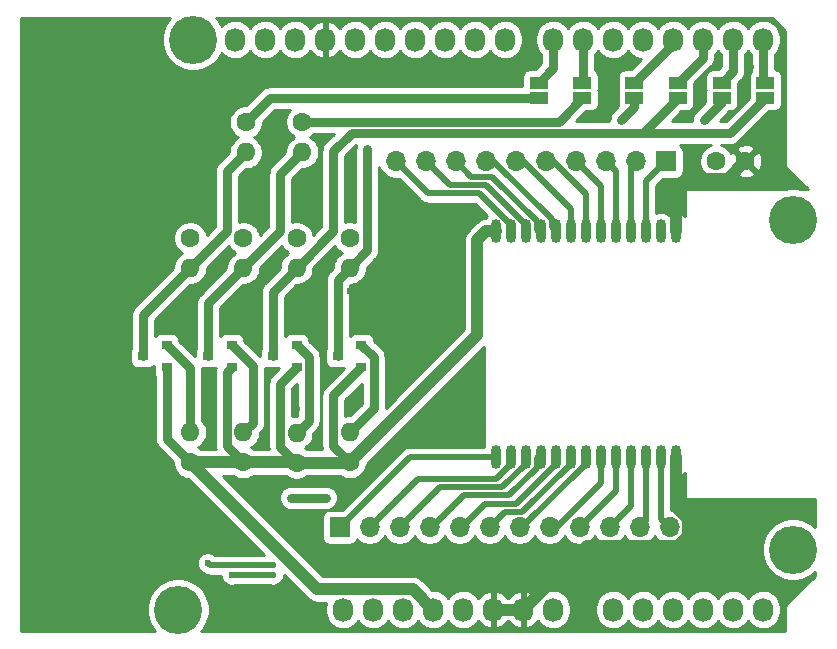
<source format=gtl>
G04 #@! TF.GenerationSoftware,KiCad,Pcbnew,5.1.9-73d0e3b20d~88~ubuntu20.04.1*
G04 #@! TF.CreationDate,2021-11-24T18:57:20+09:00*
G04 #@! TF.ProjectId,ES920LRB-Arduino-Shield,45533932-304c-4524-922d-41726475696e,v1.1*
G04 #@! TF.SameCoordinates,Original*
G04 #@! TF.FileFunction,Copper,L1,Top*
G04 #@! TF.FilePolarity,Positive*
%FSLAX46Y46*%
G04 Gerber Fmt 4.6, Leading zero omitted, Abs format (unit mm)*
G04 Created by KiCad (PCBNEW 5.1.9-73d0e3b20d~88~ubuntu20.04.1) date 2021-11-24 18:57:20*
%MOMM*%
%LPD*%
G01*
G04 APERTURE LIST*
G04 #@! TA.AperFunction,ComponentPad*
%ADD10O,0.900000X2.000000*%
G04 #@! TD*
G04 #@! TA.AperFunction,SMDPad,CuDef*
%ADD11R,1.500000X1.000000*%
G04 #@! TD*
G04 #@! TA.AperFunction,ComponentPad*
%ADD12O,1.600000X1.600000*%
G04 #@! TD*
G04 #@! TA.AperFunction,ComponentPad*
%ADD13C,1.600000*%
G04 #@! TD*
G04 #@! TA.AperFunction,SMDPad,CuDef*
%ADD14R,0.900000X0.800000*%
G04 #@! TD*
G04 #@! TA.AperFunction,ComponentPad*
%ADD15O,1.700000X1.700000*%
G04 #@! TD*
G04 #@! TA.AperFunction,ComponentPad*
%ADD16R,1.700000X1.700000*%
G04 #@! TD*
G04 #@! TA.AperFunction,ComponentPad*
%ADD17O,1.727200X2.032000*%
G04 #@! TD*
G04 #@! TA.AperFunction,ComponentPad*
%ADD18C,4.064000*%
G04 #@! TD*
G04 #@! TA.AperFunction,ViaPad*
%ADD19C,0.600000*%
G04 #@! TD*
G04 #@! TA.AperFunction,Conductor*
%ADD20C,1.000000*%
G04 #@! TD*
G04 #@! TA.AperFunction,Conductor*
%ADD21C,0.500000*%
G04 #@! TD*
G04 #@! TA.AperFunction,Conductor*
%ADD22C,0.750000*%
G04 #@! TD*
G04 #@! TA.AperFunction,Conductor*
%ADD23C,0.254000*%
G04 #@! TD*
G04 #@! TA.AperFunction,Conductor*
%ADD24C,0.100000*%
G04 #@! TD*
G04 APERTURE END LIST*
D10*
G04 #@! TO.P,M1,26*
G04 #@! TO.N,GND*
X167118000Y-110915000D03*
G04 #@! TO.P,M1,1*
X167118000Y-91815000D03*
G04 #@! TO.P,M1,25*
G04 #@! TO.N,Net-(J2-Pad12)*
X165848000Y-110915000D03*
G04 #@! TO.P,M1,2*
G04 #@! TO.N,+3V3*
X165848000Y-91815000D03*
G04 #@! TO.P,M1,24*
G04 #@! TO.N,Net-(J2-Pad11)*
X164578000Y-110915000D03*
G04 #@! TO.P,M1,3*
G04 #@! TO.N,Net-(J1-Pad1)*
X164578000Y-91815000D03*
G04 #@! TO.P,M1,23*
G04 #@! TO.N,Net-(J2-Pad10)*
X163308000Y-110915000D03*
G04 #@! TO.P,M1,4*
G04 #@! TO.N,Net-(J1-Pad2)*
X163308000Y-91815000D03*
G04 #@! TO.P,M1,22*
G04 #@! TO.N,Net-(J2-Pad9)*
X162038000Y-110915000D03*
G04 #@! TO.P,M1,5*
G04 #@! TO.N,Net-(J1-Pad3)*
X162038000Y-91815000D03*
G04 #@! TO.P,M1,21*
G04 #@! TO.N,Net-(J2-Pad8)*
X160768000Y-110915000D03*
G04 #@! TO.P,M1,6*
G04 #@! TO.N,Net-(J1-Pad4)*
X160768000Y-91815000D03*
G04 #@! TO.P,M1,20*
G04 #@! TO.N,Net-(J2-Pad7)*
X159498000Y-110915000D03*
G04 #@! TO.P,M1,7*
G04 #@! TO.N,Net-(J1-Pad5)*
X159498000Y-91815000D03*
G04 #@! TO.P,M1,19*
G04 #@! TO.N,Net-(J2-Pad6)*
X158228000Y-110915000D03*
G04 #@! TO.P,M1,8*
G04 #@! TO.N,Net-(J1-Pad6)*
X158228000Y-91815000D03*
G04 #@! TO.P,M1,18*
G04 #@! TO.N,Net-(J2-Pad5)*
X156958000Y-110915000D03*
G04 #@! TO.P,M1,9*
G04 #@! TO.N,Net-(J1-Pad7)*
X156958000Y-91815000D03*
G04 #@! TO.P,M1,17*
G04 #@! TO.N,Net-(J2-Pad4)*
X155688000Y-110915000D03*
G04 #@! TO.P,M1,10*
G04 #@! TO.N,Net-(J1-Pad8)*
X155688000Y-91815000D03*
G04 #@! TO.P,M1,16*
G04 #@! TO.N,Net-(J2-Pad3)*
X154418000Y-110915000D03*
G04 #@! TO.P,M1,11*
G04 #@! TO.N,Net-(J1-Pad9)*
X154418000Y-91815000D03*
G04 #@! TO.P,M1,15*
G04 #@! TO.N,Net-(J2-Pad2)*
X153148000Y-110915000D03*
G04 #@! TO.P,M1,12*
G04 #@! TO.N,Net-(J1-Pad10)*
X153148000Y-91815000D03*
G04 #@! TO.P,M1,14*
G04 #@! TO.N,Net-(J2-Pad1)*
X151878000Y-110915000D03*
G04 #@! TO.P,M1,13*
G04 #@! TO.N,+3V3*
X151878000Y-91815000D03*
G04 #@! TD*
D11*
G04 #@! TO.P,JP6,1*
G04 #@! TO.N,Net-(JP4-Pad1)*
X163598000Y-80515000D03*
G04 #@! TO.P,JP6,2*
G04 #@! TO.N,/3(\u002A\u002A)*
X163598000Y-79215000D03*
G04 #@! TD*
G04 #@! TO.P,JP5,1*
G04 #@! TO.N,Net-(JP3-Pad1)*
X167298000Y-80515000D03*
G04 #@! TO.P,JP5,2*
G04 #@! TO.N,/2*
X167298000Y-79215000D03*
G04 #@! TD*
G04 #@! TO.P,JP4,1*
G04 #@! TO.N,Net-(JP4-Pad1)*
X170998000Y-80515000D03*
G04 #@! TO.P,JP4,2*
G04 #@! TO.N,/1(Tx)*
X170998000Y-79215000D03*
G04 #@! TD*
D12*
G04 #@! TO.P,R10,2*
G04 #@! TO.N,Net-(Q1-Pad3)*
X125998000Y-94905000D03*
D13*
G04 #@! TO.P,R10,1*
G04 #@! TO.N,+5V*
X125998000Y-92365000D03*
G04 #@! TD*
D12*
G04 #@! TO.P,R9,2*
G04 #@! TO.N,Net-(Q2-Pad3)*
X130498000Y-94905000D03*
D13*
G04 #@! TO.P,R9,1*
G04 #@! TO.N,+5V*
X130498000Y-92365000D03*
G04 #@! TD*
D12*
G04 #@! TO.P,R8,2*
G04 #@! TO.N,Net-(JP3-Pad1)*
X134998000Y-94905000D03*
D13*
G04 #@! TO.P,R8,1*
G04 #@! TO.N,+5V*
X134998000Y-92365000D03*
G04 #@! TD*
D12*
G04 #@! TO.P,R7,2*
G04 #@! TO.N,Net-(JP4-Pad1)*
X139498000Y-94905000D03*
D13*
G04 #@! TO.P,R7,1*
G04 #@! TO.N,+5V*
X139498000Y-92365000D03*
G04 #@! TD*
D12*
G04 #@! TO.P,R6,2*
G04 #@! TO.N,Net-(Q2-Pad3)*
X135498000Y-85065000D03*
D13*
G04 #@! TO.P,R6,1*
G04 #@! TO.N,Net-(JP2-Pad1)*
X135498000Y-82525000D03*
G04 #@! TD*
D12*
G04 #@! TO.P,R4,2*
G04 #@! TO.N,Net-(J1-Pad7)*
X139498000Y-108825000D03*
D13*
G04 #@! TO.P,R4,1*
G04 #@! TO.N,+3V3*
X139498000Y-111365000D03*
G04 #@! TD*
D14*
G04 #@! TO.P,Q4,3*
G04 #@! TO.N,Net-(JP4-Pad1)*
X138498000Y-102365000D03*
G04 #@! TO.P,Q4,2*
G04 #@! TO.N,Net-(J1-Pad7)*
X140498000Y-101415000D03*
G04 #@! TO.P,Q4,1*
G04 #@! TO.N,+3V3*
X140498000Y-103315000D03*
G04 #@! TD*
G04 #@! TO.P,Q3,3*
G04 #@! TO.N,Net-(JP3-Pad1)*
X132998000Y-102365000D03*
G04 #@! TO.P,Q3,2*
G04 #@! TO.N,Net-(J1-Pad6)*
X134998000Y-101415000D03*
G04 #@! TO.P,Q3,1*
G04 #@! TO.N,+3V3*
X134998000Y-103315000D03*
G04 #@! TD*
G04 #@! TO.P,Q2,3*
G04 #@! TO.N,Net-(Q2-Pad3)*
X127498000Y-102365000D03*
G04 #@! TO.P,Q2,2*
G04 #@! TO.N,Net-(J2-Pad3)*
X129498000Y-101415000D03*
G04 #@! TO.P,Q2,1*
G04 #@! TO.N,+3V3*
X129498000Y-103315000D03*
G04 #@! TD*
G04 #@! TO.P,Q1,3*
G04 #@! TO.N,Net-(Q1-Pad3)*
X121998000Y-102365000D03*
G04 #@! TO.P,Q1,2*
G04 #@! TO.N,Net-(J2-Pad11)*
X123998000Y-101415000D03*
G04 #@! TO.P,Q1,1*
G04 #@! TO.N,+3V3*
X123998000Y-103315000D03*
G04 #@! TD*
D13*
G04 #@! TO.P,C1,2*
G04 #@! TO.N,GND*
X172998000Y-85865000D03*
G04 #@! TO.P,C1,1*
G04 #@! TO.N,+3V3*
X170498000Y-85865000D03*
G04 #@! TD*
D15*
G04 #@! TO.P,J2,12*
G04 #@! TO.N,Net-(J2-Pad12)*
X166578000Y-116865000D03*
G04 #@! TO.P,J2,11*
G04 #@! TO.N,Net-(J2-Pad11)*
X164038000Y-116865000D03*
G04 #@! TO.P,J2,10*
G04 #@! TO.N,Net-(J2-Pad10)*
X161498000Y-116865000D03*
G04 #@! TO.P,J2,9*
G04 #@! TO.N,Net-(J2-Pad9)*
X158958000Y-116865000D03*
G04 #@! TO.P,J2,8*
G04 #@! TO.N,Net-(J2-Pad8)*
X156418000Y-116865000D03*
G04 #@! TO.P,J2,7*
G04 #@! TO.N,Net-(J2-Pad7)*
X153878000Y-116865000D03*
G04 #@! TO.P,J2,6*
G04 #@! TO.N,Net-(J2-Pad6)*
X151338000Y-116865000D03*
G04 #@! TO.P,J2,5*
G04 #@! TO.N,Net-(J2-Pad5)*
X148798000Y-116865000D03*
G04 #@! TO.P,J2,4*
G04 #@! TO.N,Net-(J2-Pad4)*
X146258000Y-116865000D03*
G04 #@! TO.P,J2,3*
G04 #@! TO.N,Net-(J2-Pad3)*
X143718000Y-116865000D03*
G04 #@! TO.P,J2,2*
G04 #@! TO.N,Net-(J2-Pad2)*
X141178000Y-116865000D03*
D16*
G04 #@! TO.P,J2,1*
G04 #@! TO.N,Net-(J2-Pad1)*
X138638000Y-116865000D03*
G04 #@! TD*
D15*
G04 #@! TO.P,J1,10*
G04 #@! TO.N,Net-(J1-Pad10)*
X143418000Y-85865000D03*
G04 #@! TO.P,J1,9*
G04 #@! TO.N,Net-(J1-Pad9)*
X145958000Y-85865000D03*
G04 #@! TO.P,J1,8*
G04 #@! TO.N,Net-(J1-Pad8)*
X148498000Y-85865000D03*
G04 #@! TO.P,J1,7*
G04 #@! TO.N,Net-(J1-Pad7)*
X151038000Y-85865000D03*
G04 #@! TO.P,J1,6*
G04 #@! TO.N,Net-(J1-Pad6)*
X153578000Y-85865000D03*
G04 #@! TO.P,J1,5*
G04 #@! TO.N,Net-(J1-Pad5)*
X156118000Y-85865000D03*
G04 #@! TO.P,J1,4*
G04 #@! TO.N,Net-(J1-Pad4)*
X158658000Y-85865000D03*
G04 #@! TO.P,J1,3*
G04 #@! TO.N,Net-(J1-Pad3)*
X161198000Y-85865000D03*
G04 #@! TO.P,J1,2*
G04 #@! TO.N,Net-(J1-Pad2)*
X163738000Y-85865000D03*
D16*
G04 #@! TO.P,J1,1*
G04 #@! TO.N,Net-(J1-Pad1)*
X166278000Y-85865000D03*
G04 #@! TD*
D12*
G04 #@! TO.P,R5,2*
G04 #@! TO.N,Net-(Q1-Pad3)*
X130698000Y-85115000D03*
D13*
G04 #@! TO.P,R5,1*
G04 #@! TO.N,Net-(JP1-Pad1)*
X130698000Y-82575000D03*
G04 #@! TD*
D12*
G04 #@! TO.P,R3,2*
G04 #@! TO.N,Net-(J1-Pad6)*
X134998000Y-108865000D03*
D13*
G04 #@! TO.P,R3,1*
G04 #@! TO.N,+3V3*
X134998000Y-111405000D03*
G04 #@! TD*
D12*
G04 #@! TO.P,R2,2*
G04 #@! TO.N,Net-(J2-Pad3)*
X130498000Y-108825000D03*
D13*
G04 #@! TO.P,R2,1*
G04 #@! TO.N,+3V3*
X130498000Y-111365000D03*
G04 #@! TD*
D12*
G04 #@! TO.P,R1,2*
G04 #@! TO.N,Net-(J2-Pad11)*
X125998000Y-108825000D03*
D13*
G04 #@! TO.P,R1,1*
G04 #@! TO.N,+3V3*
X125998000Y-111365000D03*
G04 #@! TD*
D11*
G04 #@! TO.P,JP3,1*
G04 #@! TO.N,Net-(JP3-Pad1)*
X174698000Y-80515000D03*
G04 #@! TO.P,JP3,2*
G04 #@! TO.N,/0(Rx)*
X174698000Y-79215000D03*
G04 #@! TD*
G04 #@! TO.P,JP2,1*
G04 #@! TO.N,Net-(JP2-Pad1)*
X159198000Y-80515000D03*
G04 #@! TO.P,JP2,2*
G04 #@! TO.N,/6(\u002A\u002A)*
X159198000Y-79215000D03*
G04 #@! TD*
G04 #@! TO.P,JP1,1*
G04 #@! TO.N,Net-(JP1-Pad1)*
X155498000Y-80515000D03*
G04 #@! TO.P,JP1,2*
G04 #@! TO.N,/7*
X155498000Y-79215000D03*
G04 #@! TD*
D17*
G04 #@! TO.P,P1,1*
G04 #@! TO.N,N/C*
X138938000Y-123825000D03*
G04 #@! TO.P,P1,2*
X141478000Y-123825000D03*
G04 #@! TO.P,P1,3*
X144018000Y-123825000D03*
G04 #@! TO.P,P1,4*
G04 #@! TO.N,+3V3*
X146558000Y-123825000D03*
G04 #@! TO.P,P1,5*
G04 #@! TO.N,+5V*
X149098000Y-123825000D03*
G04 #@! TO.P,P1,6*
G04 #@! TO.N,GND*
X151638000Y-123825000D03*
G04 #@! TO.P,P1,7*
X154178000Y-123825000D03*
G04 #@! TO.P,P1,8*
G04 #@! TO.N,N/C*
X156718000Y-123825000D03*
G04 #@! TD*
G04 #@! TO.P,P2,1*
G04 #@! TO.N,N/C*
X161798000Y-123825000D03*
G04 #@! TO.P,P2,2*
X164338000Y-123825000D03*
G04 #@! TO.P,P2,3*
X166878000Y-123825000D03*
G04 #@! TO.P,P2,4*
X169418000Y-123825000D03*
G04 #@! TO.P,P2,5*
G04 #@! TO.N,/A4(SDA)*
X171958000Y-123825000D03*
G04 #@! TO.P,P2,6*
G04 #@! TO.N,/A5(SCL)*
X174498000Y-123825000D03*
G04 #@! TD*
G04 #@! TO.P,P3,1*
G04 #@! TO.N,/A5(SCL)*
X129794000Y-75565000D03*
G04 #@! TO.P,P3,2*
G04 #@! TO.N,/A4(SDA)*
X132334000Y-75565000D03*
G04 #@! TO.P,P3,3*
G04 #@! TO.N,N/C*
X134874000Y-75565000D03*
G04 #@! TO.P,P3,4*
G04 #@! TO.N,GND*
X137414000Y-75565000D03*
G04 #@! TO.P,P3,5*
G04 #@! TO.N,N/C*
X139954000Y-75565000D03*
G04 #@! TO.P,P3,6*
X142494000Y-75565000D03*
G04 #@! TO.P,P3,7*
X145034000Y-75565000D03*
G04 #@! TO.P,P3,8*
X147574000Y-75565000D03*
G04 #@! TO.P,P3,9*
X150114000Y-75565000D03*
G04 #@! TO.P,P3,10*
X152654000Y-75565000D03*
G04 #@! TD*
G04 #@! TO.P,P4,1*
G04 #@! TO.N,/7*
X156718000Y-75565000D03*
G04 #@! TO.P,P4,2*
G04 #@! TO.N,/6(\u002A\u002A)*
X159258000Y-75565000D03*
G04 #@! TO.P,P4,3*
G04 #@! TO.N,N/C*
X161798000Y-75565000D03*
G04 #@! TO.P,P4,4*
X164338000Y-75565000D03*
G04 #@! TO.P,P4,5*
G04 #@! TO.N,/3(\u002A\u002A)*
X166878000Y-75565000D03*
G04 #@! TO.P,P4,6*
G04 #@! TO.N,/2*
X169418000Y-75565000D03*
G04 #@! TO.P,P4,7*
G04 #@! TO.N,/1(Tx)*
X171958000Y-75565000D03*
G04 #@! TO.P,P4,8*
G04 #@! TO.N,/0(Rx)*
X174498000Y-75565000D03*
G04 #@! TD*
D18*
G04 #@! TO.P,P5,1*
G04 #@! TO.N,N/C*
X124968000Y-123825000D03*
G04 #@! TD*
G04 #@! TO.P,P6,1*
G04 #@! TO.N,N/C*
X177038000Y-118745000D03*
G04 #@! TD*
G04 #@! TO.P,P7,1*
G04 #@! TO.N,N/C*
X126238000Y-75565000D03*
G04 #@! TD*
G04 #@! TO.P,P8,1*
G04 #@! TO.N,N/C*
X177038000Y-90805000D03*
G04 #@! TD*
D19*
G04 #@! TO.N,GND*
X139498000Y-96865000D03*
X134998000Y-96865000D03*
X130498000Y-96865000D03*
X125998000Y-96865000D03*
X139498000Y-106865000D03*
X134998000Y-106865000D03*
X132498000Y-106865000D03*
X127998000Y-106865000D03*
X139498000Y-89865000D03*
X134998000Y-89865000D03*
X130498000Y-89865000D03*
X173498000Y-77865000D03*
X170498000Y-77865000D03*
X161498000Y-78365000D03*
G04 #@! TO.N,/A4(SDA)*
X132998000Y-120865000D03*
X129498000Y-120865000D03*
G04 #@! TO.N,/A5(SCL)*
X132998000Y-120064997D03*
X127467669Y-119895331D03*
G04 #@! TO.N,Net-(J2-Pad11)*
X137498000Y-114365000D03*
X134498000Y-114365000D03*
G04 #@! TO.N,Net-(JP4-Pad1)*
X140998000Y-84865000D03*
X169498000Y-82365000D03*
X162498000Y-82365000D03*
G04 #@! TD*
D20*
G04 #@! TO.N,GND*
X151638000Y-123825000D02*
X154178000Y-123825000D01*
X167322001Y-118415001D02*
X168128001Y-117609001D01*
X159587999Y-118415001D02*
X167322001Y-118415001D01*
X154178000Y-123825000D02*
X159587999Y-118415001D01*
X168128001Y-116120999D02*
X168128001Y-117609001D01*
X167118000Y-115110998D02*
X168128001Y-116120999D01*
X167118000Y-110915000D02*
X167118000Y-115110998D01*
X171497999Y-87365001D02*
X172998000Y-85865000D01*
X168008033Y-87365001D02*
X171497999Y-87365001D01*
X167118000Y-88255034D02*
X168008033Y-87365001D01*
X167118000Y-91815000D02*
X167118000Y-88255034D01*
D21*
G04 #@! TO.N,/A4(SDA)*
X132998000Y-120865000D02*
X129498000Y-120865000D01*
G04 #@! TO.N,/A5(SCL)*
X127637335Y-120064997D02*
X127467669Y-119895331D01*
X132998000Y-120064997D02*
X127637335Y-120064997D01*
D22*
G04 #@! TO.N,Net-(J2-Pad11)*
X125998000Y-103415000D02*
X123998000Y-101415000D01*
X125998000Y-108825000D02*
X125998000Y-103415000D01*
D21*
X164578000Y-116325000D02*
X164038000Y-116865000D01*
X164578000Y-110915000D02*
X164578000Y-116325000D01*
D22*
X137498000Y-114365000D02*
X134498000Y-114365000D01*
G04 #@! TO.N,Net-(J1-Pad6)*
X136023001Y-102440001D02*
X134998000Y-101415000D01*
X136023001Y-107839999D02*
X136023001Y-102440001D01*
X134998000Y-108865000D02*
X136023001Y-107839999D01*
D21*
X154193998Y-85865000D02*
X153578000Y-85865000D01*
X158228000Y-89899002D02*
X154193998Y-85865000D01*
X158228000Y-91815000D02*
X158228000Y-89899002D01*
D22*
G04 #@! TO.N,/1(Tx)*
X171958000Y-78255000D02*
X170998000Y-79215000D01*
X171958000Y-75565000D02*
X171958000Y-78255000D01*
G04 #@! TO.N,Net-(J1-Pad7)*
X141523001Y-102440001D02*
X140498000Y-101415000D01*
X141523001Y-106799999D02*
X141523001Y-102440001D01*
X139498000Y-108825000D02*
X141523001Y-106799999D01*
D21*
X151653998Y-85865000D02*
X151038000Y-85865000D01*
X156588010Y-90799012D02*
X151653998Y-85865000D01*
X156588010Y-91455010D02*
X156588010Y-90799012D01*
X156948000Y-91815000D02*
X156588010Y-91455010D01*
X156958000Y-91815000D02*
X156948000Y-91815000D01*
D22*
G04 #@! TO.N,/0(Rx)*
X174498000Y-79015000D02*
X174698000Y-79215000D01*
X174498000Y-75565000D02*
X174498000Y-79015000D01*
G04 #@! TO.N,+3V3*
X138122999Y-105690001D02*
X140498000Y-103315000D01*
X138122999Y-109989999D02*
X138122999Y-105690001D01*
X139498000Y-111365000D02*
X138122999Y-109989999D01*
X133622999Y-104690001D02*
X134998000Y-103315000D01*
X133622999Y-110029999D02*
X133622999Y-104690001D01*
X134998000Y-111405000D02*
X133622999Y-110029999D01*
X129122999Y-103690001D02*
X129498000Y-103315000D01*
X129122999Y-109989999D02*
X129122999Y-103690001D01*
X130498000Y-111365000D02*
X129122999Y-109989999D01*
X123998000Y-109365000D02*
X123998000Y-103315000D01*
X125998000Y-111365000D02*
X123998000Y-109365000D01*
D20*
X136741990Y-122108990D02*
X125998000Y-111365000D01*
X144841990Y-122108990D02*
X136741990Y-122108990D01*
X146558000Y-123825000D02*
X144841990Y-122108990D01*
X125998000Y-111365000D02*
X130498000Y-111365000D01*
X134958000Y-111365000D02*
X134998000Y-111405000D01*
X130498000Y-111365000D02*
X134958000Y-111365000D01*
X139458000Y-111405000D02*
X139498000Y-111365000D01*
X134998000Y-111405000D02*
X139458000Y-111405000D01*
X151058034Y-91815000D02*
X151878000Y-91815000D01*
X150297990Y-92575044D02*
X151058034Y-91815000D01*
X150297990Y-100565010D02*
X150297990Y-92575044D01*
X139498000Y-111365000D02*
X150297990Y-100565010D01*
D21*
G04 #@! TO.N,Net-(J2-Pad1)*
X144588000Y-110915000D02*
X138638000Y-116865000D01*
X151878000Y-110915000D02*
X144588000Y-110915000D01*
G04 #@! TO.N,Net-(J1-Pad10)*
X146118021Y-88565021D02*
X143418000Y-85865000D01*
X150450827Y-88565021D02*
X146118021Y-88565021D01*
X153148000Y-91262194D02*
X150450827Y-88565021D01*
X153148000Y-91815000D02*
X153148000Y-91262194D01*
G04 #@! TO.N,Net-(J2-Pad2)*
X145278041Y-112764959D02*
X141178000Y-116865000D01*
X151850847Y-112764959D02*
X145278041Y-112764959D01*
X153148000Y-111467806D02*
X151850847Y-112764959D01*
X153148000Y-110915000D02*
X153148000Y-111467806D01*
G04 #@! TO.N,Net-(J1-Pad9)*
X147958011Y-87865011D02*
X145958000Y-85865000D01*
X151020817Y-87865011D02*
X147958011Y-87865011D01*
X154418000Y-91262194D02*
X151020817Y-87865011D01*
X154418000Y-91815000D02*
X154418000Y-91262194D01*
D22*
G04 #@! TO.N,Net-(J2-Pad3)*
X131297999Y-103214999D02*
X129498000Y-101415000D01*
X131297999Y-108025001D02*
X131297999Y-103214999D01*
X130498000Y-108825000D02*
X131297999Y-108025001D01*
D21*
X147118031Y-113464969D02*
X143718000Y-116865000D01*
X152420837Y-113464969D02*
X147118031Y-113464969D01*
X154418000Y-111467806D02*
X152420837Y-113464969D01*
X154418000Y-110915000D02*
X154418000Y-111467806D01*
G04 #@! TO.N,Net-(J1-Pad8)*
X149798001Y-87165001D02*
X148498000Y-85865000D01*
X151590807Y-87165001D02*
X149798001Y-87165001D01*
X155318010Y-90892204D02*
X151590807Y-87165001D01*
X155318010Y-91685010D02*
X155318010Y-90892204D01*
X155448000Y-91815000D02*
X155318010Y-91685010D01*
X155688000Y-91815000D02*
X155448000Y-91815000D01*
G04 #@! TO.N,Net-(J2-Pad4)*
X146498000Y-116865000D02*
X146258000Y-116865000D01*
X152990827Y-114164979D02*
X149198021Y-114164979D01*
X155318010Y-111837796D02*
X152990827Y-114164979D01*
X155318010Y-111044990D02*
X155318010Y-111837796D01*
X149198021Y-114164979D02*
X146498000Y-116865000D01*
X155448000Y-110915000D02*
X155318010Y-111044990D01*
X155688000Y-110915000D02*
X155448000Y-110915000D01*
G04 #@! TO.N,Net-(J2-Pad5)*
X148998000Y-116865000D02*
X148798000Y-116865000D01*
X150998011Y-114864989D02*
X148998000Y-116865000D01*
X153560817Y-114864989D02*
X150998011Y-114864989D01*
X156958000Y-111467806D02*
X153560817Y-114864989D01*
X156958000Y-110915000D02*
X156958000Y-111467806D01*
G04 #@! TO.N,Net-(J2-Pad6)*
X152638001Y-115564999D02*
X151338000Y-116865000D01*
X154130807Y-115564999D02*
X152638001Y-115564999D01*
X158228000Y-111467806D02*
X154130807Y-115564999D01*
X158228000Y-110915000D02*
X158228000Y-111467806D01*
G04 #@! TO.N,Net-(J1-Pad5)*
X156733998Y-85865000D02*
X156118000Y-85865000D01*
X159498000Y-88629002D02*
X156733998Y-85865000D01*
X159498000Y-91815000D02*
X159498000Y-88629002D01*
G04 #@! TO.N,Net-(J2-Pad7)*
X154100806Y-116865000D02*
X153878000Y-116865000D01*
X159498000Y-111467806D02*
X154100806Y-116865000D01*
X159498000Y-110915000D02*
X159498000Y-111467806D01*
G04 #@! TO.N,Net-(J1-Pad4)*
X160768000Y-87975000D02*
X158658000Y-85865000D01*
X160768000Y-91815000D02*
X160768000Y-87975000D01*
G04 #@! TO.N,Net-(J2-Pad8)*
X157033998Y-116865000D02*
X156418000Y-116865000D01*
X160768000Y-113130998D02*
X157033998Y-116865000D01*
X160768000Y-110915000D02*
X160768000Y-113130998D01*
G04 #@! TO.N,Net-(J1-Pad3)*
X162038000Y-86705000D02*
X161198000Y-85865000D01*
X162038000Y-91815000D02*
X162038000Y-86705000D01*
G04 #@! TO.N,Net-(J2-Pad9)*
X162038000Y-113785000D02*
X158958000Y-116865000D01*
X162038000Y-110915000D02*
X162038000Y-113785000D01*
G04 #@! TO.N,Net-(J1-Pad2)*
X163308000Y-86295000D02*
X163738000Y-85865000D01*
X163308000Y-91815000D02*
X163308000Y-86295000D01*
G04 #@! TO.N,Net-(J2-Pad10)*
X163308000Y-115055000D02*
X161498000Y-116865000D01*
X163308000Y-110915000D02*
X163308000Y-115055000D01*
G04 #@! TO.N,Net-(J1-Pad1)*
X164578000Y-87565000D02*
X166278000Y-85865000D01*
X164578000Y-91815000D02*
X164578000Y-87565000D01*
G04 #@! TO.N,Net-(J2-Pad12)*
X165848000Y-116135000D02*
X166578000Y-116865000D01*
X165848000Y-110915000D02*
X165848000Y-116135000D01*
D22*
G04 #@! TO.N,/7*
X156718000Y-77995000D02*
X155498000Y-79215000D01*
X156718000Y-75565000D02*
X156718000Y-77995000D01*
G04 #@! TO.N,/6(\u002A\u002A)*
X159258000Y-79155000D02*
X159198000Y-79215000D01*
X159258000Y-75565000D02*
X159258000Y-79155000D01*
G04 #@! TO.N,Net-(Q1-Pad3)*
X121998000Y-98905000D02*
X121998000Y-102365000D01*
X125998000Y-94905000D02*
X121998000Y-98905000D01*
X129122999Y-91780001D02*
X125998000Y-94905000D01*
X129122999Y-86690001D02*
X129122999Y-91780001D01*
X130698000Y-85115000D02*
X129122999Y-86690001D01*
G04 #@! TO.N,Net-(Q2-Pad3)*
X127498000Y-97905000D02*
X127498000Y-102365000D01*
X130498000Y-94905000D02*
X127498000Y-97905000D01*
X133622999Y-91780001D02*
X130498000Y-94905000D01*
X133622999Y-86940001D02*
X133622999Y-91780001D01*
X135498000Y-85065000D02*
X133622999Y-86940001D01*
G04 #@! TO.N,Net-(JP1-Pad1)*
X132758000Y-80515000D02*
X130698000Y-82575000D01*
X155498000Y-80515000D02*
X132758000Y-80515000D01*
G04 #@! TO.N,Net-(JP2-Pad1)*
X157188000Y-82525000D02*
X135498000Y-82525000D01*
X159198000Y-80515000D02*
X157188000Y-82525000D01*
G04 #@! TO.N,Net-(JP3-Pad1)*
X132998000Y-96905000D02*
X132998000Y-102365000D01*
X134998000Y-94905000D02*
X132998000Y-96905000D01*
X164337990Y-83475010D02*
X167298000Y-80515000D01*
X139663006Y-83475010D02*
X164337990Y-83475010D01*
X138122999Y-85015017D02*
X139663006Y-83475010D01*
X138122999Y-91780001D02*
X138122999Y-85015017D01*
X134998000Y-94905000D02*
X138122999Y-91780001D01*
X171737990Y-83475010D02*
X164337990Y-83475010D01*
X174698000Y-80515000D02*
X171737990Y-83475010D01*
G04 #@! TO.N,Net-(JP4-Pad1)*
X138498000Y-95905000D02*
X138498000Y-102365000D01*
X139498000Y-94905000D02*
X138498000Y-95905000D01*
X140998000Y-93405000D02*
X140998000Y-84865000D01*
X139498000Y-94905000D02*
X140998000Y-93405000D01*
X170998000Y-80865000D02*
X169498000Y-82365000D01*
X170998000Y-80515000D02*
X170998000Y-80865000D01*
X163598000Y-81265000D02*
X162498000Y-82365000D01*
X163598000Y-80515000D02*
X163598000Y-81265000D01*
G04 #@! TO.N,/3(\u002A\u002A)*
X166878000Y-75935000D02*
X163598000Y-79215000D01*
X166878000Y-75565000D02*
X166878000Y-75935000D01*
G04 #@! TO.N,/2*
X169418000Y-77095000D02*
X167298000Y-79215000D01*
X169418000Y-75565000D02*
X169418000Y-77095000D01*
G04 #@! TD*
D23*
G04 #@! TO.N,GND*
X124166406Y-73864887D02*
X123874536Y-74301702D01*
X123673492Y-74787065D01*
X123571000Y-75302323D01*
X123571000Y-75827677D01*
X123673492Y-76342935D01*
X123874536Y-76828298D01*
X124166406Y-77265113D01*
X124537887Y-77636594D01*
X124974702Y-77928464D01*
X125460065Y-78129508D01*
X125975323Y-78232000D01*
X126500677Y-78232000D01*
X127015935Y-78129508D01*
X127501298Y-77928464D01*
X127938113Y-77636594D01*
X128309594Y-77265113D01*
X128601464Y-76828298D01*
X128657001Y-76694219D01*
X128729203Y-76782197D01*
X128957395Y-76969469D01*
X129217737Y-77108625D01*
X129500224Y-77194316D01*
X129794000Y-77223251D01*
X130087777Y-77194316D01*
X130370264Y-77108625D01*
X130630606Y-76969469D01*
X130858797Y-76782197D01*
X131046069Y-76554006D01*
X131064000Y-76520459D01*
X131081931Y-76554006D01*
X131269203Y-76782197D01*
X131497395Y-76969469D01*
X131757737Y-77108625D01*
X132040224Y-77194316D01*
X132334000Y-77223251D01*
X132627777Y-77194316D01*
X132910264Y-77108625D01*
X133170606Y-76969469D01*
X133398797Y-76782197D01*
X133586069Y-76554006D01*
X133604000Y-76520459D01*
X133621931Y-76554006D01*
X133809203Y-76782197D01*
X134037395Y-76969469D01*
X134297737Y-77108625D01*
X134580224Y-77194316D01*
X134874000Y-77223251D01*
X135167777Y-77194316D01*
X135450264Y-77108625D01*
X135710606Y-76969469D01*
X135938797Y-76782197D01*
X136126069Y-76554006D01*
X136147424Y-76514053D01*
X136295514Y-76716729D01*
X136511965Y-76915733D01*
X136763081Y-77068686D01*
X137039211Y-77169709D01*
X137054974Y-77172358D01*
X137287000Y-77051217D01*
X137287000Y-75692000D01*
X137267000Y-75692000D01*
X137267000Y-75438000D01*
X137287000Y-75438000D01*
X137287000Y-74078783D01*
X137541000Y-74078783D01*
X137541000Y-75438000D01*
X137561000Y-75438000D01*
X137561000Y-75692000D01*
X137541000Y-75692000D01*
X137541000Y-77051217D01*
X137773026Y-77172358D01*
X137788789Y-77169709D01*
X138064919Y-77068686D01*
X138316035Y-76915733D01*
X138532486Y-76716729D01*
X138680576Y-76514053D01*
X138701931Y-76554006D01*
X138889203Y-76782197D01*
X139117395Y-76969469D01*
X139377737Y-77108625D01*
X139660224Y-77194316D01*
X139954000Y-77223251D01*
X140247777Y-77194316D01*
X140530264Y-77108625D01*
X140790606Y-76969469D01*
X141018797Y-76782197D01*
X141206069Y-76554006D01*
X141224000Y-76520459D01*
X141241931Y-76554006D01*
X141429203Y-76782197D01*
X141657395Y-76969469D01*
X141917737Y-77108625D01*
X142200224Y-77194316D01*
X142494000Y-77223251D01*
X142787777Y-77194316D01*
X143070264Y-77108625D01*
X143330606Y-76969469D01*
X143558797Y-76782197D01*
X143746069Y-76554006D01*
X143764000Y-76520459D01*
X143781931Y-76554006D01*
X143969203Y-76782197D01*
X144197395Y-76969469D01*
X144457737Y-77108625D01*
X144740224Y-77194316D01*
X145034000Y-77223251D01*
X145327777Y-77194316D01*
X145610264Y-77108625D01*
X145870606Y-76969469D01*
X146098797Y-76782197D01*
X146286069Y-76554006D01*
X146304000Y-76520459D01*
X146321931Y-76554006D01*
X146509203Y-76782197D01*
X146737395Y-76969469D01*
X146997737Y-77108625D01*
X147280224Y-77194316D01*
X147574000Y-77223251D01*
X147867777Y-77194316D01*
X148150264Y-77108625D01*
X148410606Y-76969469D01*
X148638797Y-76782197D01*
X148826069Y-76554006D01*
X148844000Y-76520459D01*
X148861931Y-76554006D01*
X149049203Y-76782197D01*
X149277395Y-76969469D01*
X149537737Y-77108625D01*
X149820224Y-77194316D01*
X150114000Y-77223251D01*
X150407777Y-77194316D01*
X150690264Y-77108625D01*
X150950606Y-76969469D01*
X151178797Y-76782197D01*
X151366069Y-76554006D01*
X151384000Y-76520459D01*
X151401931Y-76554006D01*
X151589203Y-76782197D01*
X151817395Y-76969469D01*
X152077737Y-77108625D01*
X152360224Y-77194316D01*
X152654000Y-77223251D01*
X152947777Y-77194316D01*
X153230264Y-77108625D01*
X153490606Y-76969469D01*
X153718797Y-76782197D01*
X153906069Y-76554006D01*
X154045225Y-76293663D01*
X154130916Y-76011176D01*
X154152600Y-75791018D01*
X154152600Y-75338981D01*
X154130916Y-75118823D01*
X154045225Y-74836336D01*
X153906069Y-74575994D01*
X153718797Y-74347803D01*
X153490605Y-74160531D01*
X153230263Y-74021375D01*
X152947776Y-73935684D01*
X152654000Y-73906749D01*
X152360223Y-73935684D01*
X152077736Y-74021375D01*
X151817394Y-74160531D01*
X151589203Y-74347803D01*
X151401931Y-74575995D01*
X151384000Y-74609541D01*
X151366069Y-74575994D01*
X151178797Y-74347803D01*
X150950605Y-74160531D01*
X150690263Y-74021375D01*
X150407776Y-73935684D01*
X150114000Y-73906749D01*
X149820223Y-73935684D01*
X149537736Y-74021375D01*
X149277394Y-74160531D01*
X149049203Y-74347803D01*
X148861931Y-74575995D01*
X148844000Y-74609541D01*
X148826069Y-74575994D01*
X148638797Y-74347803D01*
X148410605Y-74160531D01*
X148150263Y-74021375D01*
X147867776Y-73935684D01*
X147574000Y-73906749D01*
X147280223Y-73935684D01*
X146997736Y-74021375D01*
X146737394Y-74160531D01*
X146509203Y-74347803D01*
X146321931Y-74575995D01*
X146304000Y-74609541D01*
X146286069Y-74575994D01*
X146098797Y-74347803D01*
X145870605Y-74160531D01*
X145610263Y-74021375D01*
X145327776Y-73935684D01*
X145034000Y-73906749D01*
X144740223Y-73935684D01*
X144457736Y-74021375D01*
X144197394Y-74160531D01*
X143969203Y-74347803D01*
X143781931Y-74575995D01*
X143764000Y-74609541D01*
X143746069Y-74575994D01*
X143558797Y-74347803D01*
X143330605Y-74160531D01*
X143070263Y-74021375D01*
X142787776Y-73935684D01*
X142494000Y-73906749D01*
X142200223Y-73935684D01*
X141917736Y-74021375D01*
X141657394Y-74160531D01*
X141429203Y-74347803D01*
X141241931Y-74575995D01*
X141224000Y-74609541D01*
X141206069Y-74575994D01*
X141018797Y-74347803D01*
X140790605Y-74160531D01*
X140530263Y-74021375D01*
X140247776Y-73935684D01*
X139954000Y-73906749D01*
X139660223Y-73935684D01*
X139377736Y-74021375D01*
X139117394Y-74160531D01*
X138889203Y-74347803D01*
X138701931Y-74575995D01*
X138680576Y-74615947D01*
X138532486Y-74413271D01*
X138316035Y-74214267D01*
X138064919Y-74061314D01*
X137788789Y-73960291D01*
X137773026Y-73957642D01*
X137541000Y-74078783D01*
X137287000Y-74078783D01*
X137054974Y-73957642D01*
X137039211Y-73960291D01*
X136763081Y-74061314D01*
X136511965Y-74214267D01*
X136295514Y-74413271D01*
X136147424Y-74615947D01*
X136126069Y-74575994D01*
X135938797Y-74347803D01*
X135710605Y-74160531D01*
X135450263Y-74021375D01*
X135167776Y-73935684D01*
X134874000Y-73906749D01*
X134580223Y-73935684D01*
X134297736Y-74021375D01*
X134037394Y-74160531D01*
X133809203Y-74347803D01*
X133621931Y-74575995D01*
X133604000Y-74609541D01*
X133586069Y-74575994D01*
X133398797Y-74347803D01*
X133170605Y-74160531D01*
X132910263Y-74021375D01*
X132627776Y-73935684D01*
X132334000Y-73906749D01*
X132040223Y-73935684D01*
X131757736Y-74021375D01*
X131497394Y-74160531D01*
X131269203Y-74347803D01*
X131081931Y-74575995D01*
X131064000Y-74609541D01*
X131046069Y-74575994D01*
X130858797Y-74347803D01*
X130630605Y-74160531D01*
X130370263Y-74021375D01*
X130087776Y-73935684D01*
X129794000Y-73906749D01*
X129500223Y-73935684D01*
X129217736Y-74021375D01*
X128957394Y-74160531D01*
X128729203Y-74347803D01*
X128657001Y-74435781D01*
X128601464Y-74301702D01*
X128309594Y-73864887D01*
X128179707Y-73735000D01*
X175219909Y-73735000D01*
X176328001Y-74843093D01*
X176328000Y-85944125D01*
X176324565Y-85979000D01*
X176328000Y-86013875D01*
X176328000Y-86013876D01*
X176338273Y-86118183D01*
X176378872Y-86252019D01*
X176444800Y-86375362D01*
X176533525Y-86483474D01*
X176560617Y-86505708D01*
X178292908Y-88238000D01*
X177803407Y-88238000D01*
X177300677Y-88138000D01*
X176775323Y-88138000D01*
X176272593Y-88238000D01*
X167998000Y-88238000D01*
X167973224Y-88240440D01*
X167949399Y-88247667D01*
X167927443Y-88259403D01*
X167908197Y-88275197D01*
X167892403Y-88294443D01*
X167880667Y-88316399D01*
X167873440Y-88340224D01*
X167871000Y-88365000D01*
X167871000Y-90480854D01*
X167795408Y-90407986D01*
X167615197Y-90292298D01*
X167412001Y-90220592D01*
X167245000Y-90347498D01*
X167245000Y-91688000D01*
X167265000Y-91688000D01*
X167265000Y-91942000D01*
X167245000Y-91942000D01*
X167245000Y-91962000D01*
X166991000Y-91962000D01*
X166991000Y-91942000D01*
X166971000Y-91942000D01*
X166971000Y-91688000D01*
X166991000Y-91688000D01*
X166991000Y-90347498D01*
X166823999Y-90220592D01*
X166620803Y-90292298D01*
X166481792Y-90381537D01*
X166453710Y-90358491D01*
X166265220Y-90257741D01*
X166060697Y-90195700D01*
X165848000Y-90174751D01*
X165635304Y-90195700D01*
X165463000Y-90247968D01*
X165463000Y-87931578D01*
X166041506Y-87353072D01*
X167128000Y-87353072D01*
X167252482Y-87340812D01*
X167372180Y-87304502D01*
X167482494Y-87245537D01*
X167579185Y-87166185D01*
X167658537Y-87069494D01*
X167717502Y-86959180D01*
X167753812Y-86839482D01*
X167766072Y-86715000D01*
X167766072Y-85015000D01*
X167753812Y-84890518D01*
X167717502Y-84770820D01*
X167658537Y-84660506D01*
X167579185Y-84563815D01*
X167483161Y-84485010D01*
X170080115Y-84485010D01*
X170079426Y-84485147D01*
X169818273Y-84593320D01*
X169583241Y-84750363D01*
X169383363Y-84950241D01*
X169226320Y-85185273D01*
X169118147Y-85446426D01*
X169063000Y-85723665D01*
X169063000Y-86006335D01*
X169118147Y-86283574D01*
X169226320Y-86544727D01*
X169383363Y-86779759D01*
X169583241Y-86979637D01*
X169818273Y-87136680D01*
X170079426Y-87244853D01*
X170356665Y-87300000D01*
X170639335Y-87300000D01*
X170916574Y-87244853D01*
X171177727Y-87136680D01*
X171412759Y-86979637D01*
X171534694Y-86857702D01*
X172184903Y-86857702D01*
X172256486Y-87101671D01*
X172511996Y-87222571D01*
X172786184Y-87291300D01*
X173068512Y-87305217D01*
X173348130Y-87263787D01*
X173614292Y-87168603D01*
X173739514Y-87101671D01*
X173811097Y-86857702D01*
X172998000Y-86044605D01*
X172184903Y-86857702D01*
X171534694Y-86857702D01*
X171612637Y-86779759D01*
X171746692Y-86579131D01*
X171761329Y-86606514D01*
X172005298Y-86678097D01*
X172818395Y-85865000D01*
X173177605Y-85865000D01*
X173990702Y-86678097D01*
X174234671Y-86606514D01*
X174355571Y-86351004D01*
X174424300Y-86076816D01*
X174438217Y-85794488D01*
X174396787Y-85514870D01*
X174301603Y-85248708D01*
X174234671Y-85123486D01*
X173990702Y-85051903D01*
X173177605Y-85865000D01*
X172818395Y-85865000D01*
X172005298Y-85051903D01*
X171761329Y-85123486D01*
X171747676Y-85152341D01*
X171612637Y-84950241D01*
X171534694Y-84872298D01*
X172184903Y-84872298D01*
X172998000Y-85685395D01*
X173811097Y-84872298D01*
X173739514Y-84628329D01*
X173484004Y-84507429D01*
X173209816Y-84438700D01*
X172927488Y-84424783D01*
X172647870Y-84466213D01*
X172381708Y-84561397D01*
X172256486Y-84628329D01*
X172184903Y-84872298D01*
X171534694Y-84872298D01*
X171412759Y-84750363D01*
X171177727Y-84593320D01*
X170916574Y-84485147D01*
X170915885Y-84485010D01*
X171688382Y-84485010D01*
X171737990Y-84489896D01*
X171793152Y-84484463D01*
X171935984Y-84470395D01*
X172126370Y-84412642D01*
X172301830Y-84318857D01*
X172455623Y-84192643D01*
X172487251Y-84154104D01*
X174988283Y-81653072D01*
X175448000Y-81653072D01*
X175572482Y-81640812D01*
X175692180Y-81604502D01*
X175802494Y-81545537D01*
X175899185Y-81466185D01*
X175978537Y-81369494D01*
X176037502Y-81259180D01*
X176073812Y-81139482D01*
X176086072Y-81015000D01*
X176086072Y-80015000D01*
X176073812Y-79890518D01*
X176066071Y-79865000D01*
X176073812Y-79839482D01*
X176086072Y-79715000D01*
X176086072Y-78715000D01*
X176073812Y-78590518D01*
X176037502Y-78470820D01*
X175978537Y-78360506D01*
X175899185Y-78263815D01*
X175802494Y-78184463D01*
X175692180Y-78125498D01*
X175572482Y-78089188D01*
X175508000Y-78082837D01*
X175508000Y-76827168D01*
X175562797Y-76782197D01*
X175750069Y-76554006D01*
X175889225Y-76293663D01*
X175974916Y-76011176D01*
X175996600Y-75791018D01*
X175996600Y-75338981D01*
X175974916Y-75118823D01*
X175889225Y-74836336D01*
X175750069Y-74575994D01*
X175562797Y-74347803D01*
X175334605Y-74160531D01*
X175074263Y-74021375D01*
X174791776Y-73935684D01*
X174498000Y-73906749D01*
X174204223Y-73935684D01*
X173921736Y-74021375D01*
X173661394Y-74160531D01*
X173433203Y-74347803D01*
X173245931Y-74575995D01*
X173228000Y-74609541D01*
X173210069Y-74575994D01*
X173022797Y-74347803D01*
X172794605Y-74160531D01*
X172534263Y-74021375D01*
X172251776Y-73935684D01*
X171958000Y-73906749D01*
X171664223Y-73935684D01*
X171381736Y-74021375D01*
X171121394Y-74160531D01*
X170893203Y-74347803D01*
X170705931Y-74575995D01*
X170688000Y-74609541D01*
X170670069Y-74575994D01*
X170482797Y-74347803D01*
X170254605Y-74160531D01*
X169994263Y-74021375D01*
X169711776Y-73935684D01*
X169418000Y-73906749D01*
X169124223Y-73935684D01*
X168841736Y-74021375D01*
X168581394Y-74160531D01*
X168353203Y-74347803D01*
X168165931Y-74575995D01*
X168148000Y-74609541D01*
X168130069Y-74575994D01*
X167942797Y-74347803D01*
X167714605Y-74160531D01*
X167454263Y-74021375D01*
X167171776Y-73935684D01*
X166878000Y-73906749D01*
X166584223Y-73935684D01*
X166301736Y-74021375D01*
X166041394Y-74160531D01*
X165813203Y-74347803D01*
X165625931Y-74575995D01*
X165608000Y-74609541D01*
X165590069Y-74575994D01*
X165402797Y-74347803D01*
X165174605Y-74160531D01*
X164914263Y-74021375D01*
X164631776Y-73935684D01*
X164338000Y-73906749D01*
X164044223Y-73935684D01*
X163761736Y-74021375D01*
X163501394Y-74160531D01*
X163273203Y-74347803D01*
X163085931Y-74575995D01*
X163068000Y-74609541D01*
X163050069Y-74575994D01*
X162862797Y-74347803D01*
X162634605Y-74160531D01*
X162374263Y-74021375D01*
X162091776Y-73935684D01*
X161798000Y-73906749D01*
X161504223Y-73935684D01*
X161221736Y-74021375D01*
X160961394Y-74160531D01*
X160733203Y-74347803D01*
X160545931Y-74575995D01*
X160528000Y-74609541D01*
X160510069Y-74575994D01*
X160322797Y-74347803D01*
X160094605Y-74160531D01*
X159834263Y-74021375D01*
X159551776Y-73935684D01*
X159258000Y-73906749D01*
X158964223Y-73935684D01*
X158681736Y-74021375D01*
X158421394Y-74160531D01*
X158193203Y-74347803D01*
X158005931Y-74575995D01*
X157988000Y-74609541D01*
X157970069Y-74575994D01*
X157782797Y-74347803D01*
X157554605Y-74160531D01*
X157294263Y-74021375D01*
X157011776Y-73935684D01*
X156718000Y-73906749D01*
X156424223Y-73935684D01*
X156141736Y-74021375D01*
X155881394Y-74160531D01*
X155653203Y-74347803D01*
X155465931Y-74575995D01*
X155326775Y-74836337D01*
X155241084Y-75118824D01*
X155219400Y-75338982D01*
X155219400Y-75791019D01*
X155241084Y-76011177D01*
X155326775Y-76293664D01*
X155465931Y-76554006D01*
X155653203Y-76782197D01*
X155708001Y-76827168D01*
X155708001Y-77576643D01*
X155207717Y-78076928D01*
X154748000Y-78076928D01*
X154623518Y-78089188D01*
X154503820Y-78125498D01*
X154393506Y-78184463D01*
X154296815Y-78263815D01*
X154217463Y-78360506D01*
X154158498Y-78470820D01*
X154122188Y-78590518D01*
X154109928Y-78715000D01*
X154109928Y-79505000D01*
X132807608Y-79505000D01*
X132758000Y-79500114D01*
X132560005Y-79519615D01*
X132481663Y-79543380D01*
X132369620Y-79577368D01*
X132194160Y-79671153D01*
X132040367Y-79797367D01*
X132008744Y-79835900D01*
X130704645Y-81140000D01*
X130556665Y-81140000D01*
X130279426Y-81195147D01*
X130018273Y-81303320D01*
X129783241Y-81460363D01*
X129583363Y-81660241D01*
X129426320Y-81895273D01*
X129318147Y-82156426D01*
X129263000Y-82433665D01*
X129263000Y-82716335D01*
X129318147Y-82993574D01*
X129426320Y-83254727D01*
X129583363Y-83489759D01*
X129783241Y-83689637D01*
X130015759Y-83845000D01*
X129783241Y-84000363D01*
X129583363Y-84200241D01*
X129426320Y-84435273D01*
X129318147Y-84696426D01*
X129263000Y-84973665D01*
X129263000Y-85121644D01*
X128443905Y-85940740D01*
X128405366Y-85972368D01*
X128279152Y-86126161D01*
X128211880Y-86252019D01*
X128185367Y-86301622D01*
X128127614Y-86492007D01*
X128108113Y-86690001D01*
X128112999Y-86739609D01*
X128113000Y-91361644D01*
X127402800Y-92071844D01*
X127377853Y-91946426D01*
X127269680Y-91685273D01*
X127112637Y-91450241D01*
X126912759Y-91250363D01*
X126677727Y-91093320D01*
X126416574Y-90985147D01*
X126139335Y-90930000D01*
X125856665Y-90930000D01*
X125579426Y-90985147D01*
X125318273Y-91093320D01*
X125083241Y-91250363D01*
X124883363Y-91450241D01*
X124726320Y-91685273D01*
X124618147Y-91946426D01*
X124563000Y-92223665D01*
X124563000Y-92506335D01*
X124618147Y-92783574D01*
X124726320Y-93044727D01*
X124883363Y-93279759D01*
X125083241Y-93479637D01*
X125315759Y-93635000D01*
X125083241Y-93790363D01*
X124883363Y-93990241D01*
X124726320Y-94225273D01*
X124618147Y-94486426D01*
X124563000Y-94763665D01*
X124563000Y-94911645D01*
X121318906Y-98155739D01*
X121280367Y-98187367D01*
X121154153Y-98341160D01*
X121060369Y-98516620D01*
X121060368Y-98516621D01*
X121002615Y-98707006D01*
X120983114Y-98905000D01*
X120988000Y-98954608D01*
X120988001Y-101665625D01*
X120958498Y-101720820D01*
X120922188Y-101840518D01*
X120909928Y-101965000D01*
X120909928Y-102765000D01*
X120922188Y-102889482D01*
X120958498Y-103009180D01*
X121017463Y-103119494D01*
X121096815Y-103216185D01*
X121193506Y-103295537D01*
X121303820Y-103354502D01*
X121423518Y-103390812D01*
X121548000Y-103403072D01*
X122448000Y-103403072D01*
X122572482Y-103390812D01*
X122692180Y-103354502D01*
X122802494Y-103295537D01*
X122899185Y-103216185D01*
X122909928Y-103203095D01*
X122909928Y-103715000D01*
X122922188Y-103839482D01*
X122958498Y-103959180D01*
X122988001Y-104014375D01*
X122988000Y-109315392D01*
X122983114Y-109365000D01*
X123002615Y-109562994D01*
X123014332Y-109601620D01*
X123060368Y-109753379D01*
X123154153Y-109928840D01*
X123280367Y-110082633D01*
X123318906Y-110114261D01*
X124563000Y-111358355D01*
X124563000Y-111506335D01*
X124618147Y-111783574D01*
X124726320Y-112044727D01*
X124883363Y-112279759D01*
X125083241Y-112479637D01*
X125318273Y-112636680D01*
X125579426Y-112744853D01*
X125820719Y-112792850D01*
X132207865Y-119179997D01*
X128074625Y-119179997D01*
X128063697Y-119169069D01*
X127910558Y-119066745D01*
X127740398Y-118996263D01*
X127559758Y-118960331D01*
X127375580Y-118960331D01*
X127194940Y-118996263D01*
X127024780Y-119066745D01*
X126871641Y-119169069D01*
X126741407Y-119299303D01*
X126639083Y-119452442D01*
X126568601Y-119622602D01*
X126532669Y-119803242D01*
X126532669Y-119987420D01*
X126568601Y-120168060D01*
X126639083Y-120338220D01*
X126741407Y-120491359D01*
X126871641Y-120621593D01*
X127024780Y-120723917D01*
X127066005Y-120740993D01*
X127143276Y-120804408D01*
X127297022Y-120886586D01*
X127463845Y-120937192D01*
X127593858Y-120949997D01*
X127593866Y-120949997D01*
X127637335Y-120954278D01*
X127680804Y-120949997D01*
X128563000Y-120949997D01*
X128563000Y-120957089D01*
X128598932Y-121137729D01*
X128669414Y-121307889D01*
X128771738Y-121461028D01*
X128901972Y-121591262D01*
X129055111Y-121693586D01*
X129225271Y-121764068D01*
X129405911Y-121800000D01*
X129590089Y-121800000D01*
X129770729Y-121764068D01*
X129804692Y-121750000D01*
X132691308Y-121750000D01*
X132725271Y-121764068D01*
X132905911Y-121800000D01*
X133090089Y-121800000D01*
X133270729Y-121764068D01*
X133440889Y-121693586D01*
X133594028Y-121591262D01*
X133724262Y-121461028D01*
X133826586Y-121307889D01*
X133897068Y-121137729D01*
X133933000Y-120957089D01*
X133933000Y-120905132D01*
X135899999Y-122872131D01*
X135935541Y-122915439D01*
X136108367Y-123057274D01*
X136305543Y-123162666D01*
X136519491Y-123227567D01*
X136686238Y-123243990D01*
X136686247Y-123243990D01*
X136741989Y-123249480D01*
X136797731Y-123243990D01*
X137501985Y-123243990D01*
X137461084Y-123378824D01*
X137439400Y-123598982D01*
X137439400Y-124051019D01*
X137461084Y-124271177D01*
X137546775Y-124553664D01*
X137685931Y-124814006D01*
X137873203Y-125042197D01*
X138101395Y-125229469D01*
X138361737Y-125368625D01*
X138644224Y-125454316D01*
X138938000Y-125483251D01*
X139231777Y-125454316D01*
X139514264Y-125368625D01*
X139774606Y-125229469D01*
X140002797Y-125042197D01*
X140190069Y-124814006D01*
X140208000Y-124780459D01*
X140225931Y-124814006D01*
X140413203Y-125042197D01*
X140641395Y-125229469D01*
X140901737Y-125368625D01*
X141184224Y-125454316D01*
X141478000Y-125483251D01*
X141771777Y-125454316D01*
X142054264Y-125368625D01*
X142314606Y-125229469D01*
X142542797Y-125042197D01*
X142730069Y-124814006D01*
X142748000Y-124780459D01*
X142765931Y-124814006D01*
X142953203Y-125042197D01*
X143181395Y-125229469D01*
X143441737Y-125368625D01*
X143724224Y-125454316D01*
X144018000Y-125483251D01*
X144311777Y-125454316D01*
X144594264Y-125368625D01*
X144854606Y-125229469D01*
X145082797Y-125042197D01*
X145270069Y-124814006D01*
X145288000Y-124780459D01*
X145305931Y-124814006D01*
X145493203Y-125042197D01*
X145721395Y-125229469D01*
X145981737Y-125368625D01*
X146264224Y-125454316D01*
X146558000Y-125483251D01*
X146851777Y-125454316D01*
X147134264Y-125368625D01*
X147394606Y-125229469D01*
X147622797Y-125042197D01*
X147810069Y-124814006D01*
X147828000Y-124780459D01*
X147845931Y-124814006D01*
X148033203Y-125042197D01*
X148261395Y-125229469D01*
X148521737Y-125368625D01*
X148804224Y-125454316D01*
X149098000Y-125483251D01*
X149391777Y-125454316D01*
X149674264Y-125368625D01*
X149934606Y-125229469D01*
X150162797Y-125042197D01*
X150350069Y-124814006D01*
X150371424Y-124774053D01*
X150519514Y-124976729D01*
X150735965Y-125175733D01*
X150987081Y-125328686D01*
X151263211Y-125429709D01*
X151278974Y-125432358D01*
X151511000Y-125311217D01*
X151511000Y-123952000D01*
X151765000Y-123952000D01*
X151765000Y-125311217D01*
X151997026Y-125432358D01*
X152012789Y-125429709D01*
X152288919Y-125328686D01*
X152540035Y-125175733D01*
X152756486Y-124976729D01*
X152908000Y-124769367D01*
X153059514Y-124976729D01*
X153275965Y-125175733D01*
X153527081Y-125328686D01*
X153803211Y-125429709D01*
X153818974Y-125432358D01*
X154051000Y-125311217D01*
X154051000Y-123952000D01*
X151765000Y-123952000D01*
X151511000Y-123952000D01*
X151491000Y-123952000D01*
X151491000Y-123698000D01*
X151511000Y-123698000D01*
X151511000Y-122338783D01*
X151765000Y-122338783D01*
X151765000Y-123698000D01*
X154051000Y-123698000D01*
X154051000Y-122338783D01*
X154305000Y-122338783D01*
X154305000Y-123698000D01*
X154325000Y-123698000D01*
X154325000Y-123952000D01*
X154305000Y-123952000D01*
X154305000Y-125311217D01*
X154537026Y-125432358D01*
X154552789Y-125429709D01*
X154828919Y-125328686D01*
X155080035Y-125175733D01*
X155296486Y-124976729D01*
X155444576Y-124774053D01*
X155465931Y-124814006D01*
X155653203Y-125042197D01*
X155881395Y-125229469D01*
X156141737Y-125368625D01*
X156424224Y-125454316D01*
X156718000Y-125483251D01*
X157011777Y-125454316D01*
X157294264Y-125368625D01*
X157554606Y-125229469D01*
X157782797Y-125042197D01*
X157970069Y-124814006D01*
X158109225Y-124553663D01*
X158194916Y-124271176D01*
X158216600Y-124051018D01*
X158216600Y-123598982D01*
X160299400Y-123598982D01*
X160299400Y-124051019D01*
X160321084Y-124271177D01*
X160406775Y-124553664D01*
X160545931Y-124814006D01*
X160733203Y-125042197D01*
X160961395Y-125229469D01*
X161221737Y-125368625D01*
X161504224Y-125454316D01*
X161798000Y-125483251D01*
X162091777Y-125454316D01*
X162374264Y-125368625D01*
X162634606Y-125229469D01*
X162862797Y-125042197D01*
X163050069Y-124814006D01*
X163068000Y-124780459D01*
X163085931Y-124814006D01*
X163273203Y-125042197D01*
X163501395Y-125229469D01*
X163761737Y-125368625D01*
X164044224Y-125454316D01*
X164338000Y-125483251D01*
X164631777Y-125454316D01*
X164914264Y-125368625D01*
X165174606Y-125229469D01*
X165402797Y-125042197D01*
X165590069Y-124814006D01*
X165608000Y-124780459D01*
X165625931Y-124814006D01*
X165813203Y-125042197D01*
X166041395Y-125229469D01*
X166301737Y-125368625D01*
X166584224Y-125454316D01*
X166878000Y-125483251D01*
X167171777Y-125454316D01*
X167454264Y-125368625D01*
X167714606Y-125229469D01*
X167942797Y-125042197D01*
X168130069Y-124814006D01*
X168148000Y-124780459D01*
X168165931Y-124814006D01*
X168353203Y-125042197D01*
X168581395Y-125229469D01*
X168841737Y-125368625D01*
X169124224Y-125454316D01*
X169418000Y-125483251D01*
X169711777Y-125454316D01*
X169994264Y-125368625D01*
X170254606Y-125229469D01*
X170482797Y-125042197D01*
X170670069Y-124814006D01*
X170688000Y-124780459D01*
X170705931Y-124814006D01*
X170893203Y-125042197D01*
X171121395Y-125229469D01*
X171381737Y-125368625D01*
X171664224Y-125454316D01*
X171958000Y-125483251D01*
X172251777Y-125454316D01*
X172534264Y-125368625D01*
X172794606Y-125229469D01*
X173022797Y-125042197D01*
X173210069Y-124814006D01*
X173228000Y-124780459D01*
X173245931Y-124814006D01*
X173433203Y-125042197D01*
X173661395Y-125229469D01*
X173921737Y-125368625D01*
X174204224Y-125454316D01*
X174498000Y-125483251D01*
X174791777Y-125454316D01*
X175074264Y-125368625D01*
X175334606Y-125229469D01*
X175562797Y-125042197D01*
X175750069Y-124814006D01*
X175889225Y-124553663D01*
X175974916Y-124271176D01*
X175996600Y-124051018D01*
X175996600Y-123598981D01*
X175974916Y-123378823D01*
X175889225Y-123096336D01*
X175750069Y-122835994D01*
X175562797Y-122607803D01*
X175334605Y-122420531D01*
X175074263Y-122281375D01*
X174791776Y-122195684D01*
X174498000Y-122166749D01*
X174204223Y-122195684D01*
X173921736Y-122281375D01*
X173661394Y-122420531D01*
X173433203Y-122607803D01*
X173245931Y-122835995D01*
X173228000Y-122869541D01*
X173210069Y-122835994D01*
X173022797Y-122607803D01*
X172794605Y-122420531D01*
X172534263Y-122281375D01*
X172251776Y-122195684D01*
X171958000Y-122166749D01*
X171664223Y-122195684D01*
X171381736Y-122281375D01*
X171121394Y-122420531D01*
X170893203Y-122607803D01*
X170705931Y-122835995D01*
X170688000Y-122869541D01*
X170670069Y-122835994D01*
X170482797Y-122607803D01*
X170254605Y-122420531D01*
X169994263Y-122281375D01*
X169711776Y-122195684D01*
X169418000Y-122166749D01*
X169124223Y-122195684D01*
X168841736Y-122281375D01*
X168581394Y-122420531D01*
X168353203Y-122607803D01*
X168165931Y-122835995D01*
X168148000Y-122869541D01*
X168130069Y-122835994D01*
X167942797Y-122607803D01*
X167714605Y-122420531D01*
X167454263Y-122281375D01*
X167171776Y-122195684D01*
X166878000Y-122166749D01*
X166584223Y-122195684D01*
X166301736Y-122281375D01*
X166041394Y-122420531D01*
X165813203Y-122607803D01*
X165625931Y-122835995D01*
X165608000Y-122869541D01*
X165590069Y-122835994D01*
X165402797Y-122607803D01*
X165174605Y-122420531D01*
X164914263Y-122281375D01*
X164631776Y-122195684D01*
X164338000Y-122166749D01*
X164044223Y-122195684D01*
X163761736Y-122281375D01*
X163501394Y-122420531D01*
X163273203Y-122607803D01*
X163085931Y-122835995D01*
X163068000Y-122869541D01*
X163050069Y-122835994D01*
X162862797Y-122607803D01*
X162634605Y-122420531D01*
X162374263Y-122281375D01*
X162091776Y-122195684D01*
X161798000Y-122166749D01*
X161504223Y-122195684D01*
X161221736Y-122281375D01*
X160961394Y-122420531D01*
X160733203Y-122607803D01*
X160545931Y-122835995D01*
X160406775Y-123096337D01*
X160321084Y-123378824D01*
X160299400Y-123598982D01*
X158216600Y-123598982D01*
X158216600Y-123598981D01*
X158194916Y-123378823D01*
X158109225Y-123096336D01*
X157970069Y-122835994D01*
X157782797Y-122607803D01*
X157554605Y-122420531D01*
X157294263Y-122281375D01*
X157011776Y-122195684D01*
X156718000Y-122166749D01*
X156424223Y-122195684D01*
X156141736Y-122281375D01*
X155881394Y-122420531D01*
X155653203Y-122607803D01*
X155465931Y-122835995D01*
X155444576Y-122875947D01*
X155296486Y-122673271D01*
X155080035Y-122474267D01*
X154828919Y-122321314D01*
X154552789Y-122220291D01*
X154537026Y-122217642D01*
X154305000Y-122338783D01*
X154051000Y-122338783D01*
X153818974Y-122217642D01*
X153803211Y-122220291D01*
X153527081Y-122321314D01*
X153275965Y-122474267D01*
X153059514Y-122673271D01*
X152908000Y-122880633D01*
X152756486Y-122673271D01*
X152540035Y-122474267D01*
X152288919Y-122321314D01*
X152012789Y-122220291D01*
X151997026Y-122217642D01*
X151765000Y-122338783D01*
X151511000Y-122338783D01*
X151278974Y-122217642D01*
X151263211Y-122220291D01*
X150987081Y-122321314D01*
X150735965Y-122474267D01*
X150519514Y-122673271D01*
X150371424Y-122875947D01*
X150350069Y-122835994D01*
X150162797Y-122607803D01*
X149934605Y-122420531D01*
X149674263Y-122281375D01*
X149391776Y-122195684D01*
X149098000Y-122166749D01*
X148804223Y-122195684D01*
X148521736Y-122281375D01*
X148261394Y-122420531D01*
X148033203Y-122607803D01*
X147845931Y-122835995D01*
X147828000Y-122869541D01*
X147810069Y-122835994D01*
X147622797Y-122607803D01*
X147394605Y-122420531D01*
X147134263Y-122281375D01*
X146851776Y-122195684D01*
X146558000Y-122166749D01*
X146509644Y-122171512D01*
X145683985Y-121345854D01*
X145648439Y-121302541D01*
X145475613Y-121160706D01*
X145278437Y-121055314D01*
X145064489Y-120990413D01*
X144897742Y-120973990D01*
X144897741Y-120973990D01*
X144841990Y-120968499D01*
X144786239Y-120973990D01*
X137212122Y-120973990D01*
X130603132Y-114365000D01*
X133483114Y-114365000D01*
X133502615Y-114562994D01*
X133560368Y-114753380D01*
X133654153Y-114928840D01*
X133780367Y-115082633D01*
X133934160Y-115208847D01*
X134109620Y-115302632D01*
X134300006Y-115360385D01*
X134448392Y-115375000D01*
X137547608Y-115375000D01*
X137695994Y-115360385D01*
X137886380Y-115302632D01*
X138061840Y-115208847D01*
X138215633Y-115082633D01*
X138341847Y-114928840D01*
X138435632Y-114753380D01*
X138493385Y-114562994D01*
X138512886Y-114365000D01*
X138493385Y-114167006D01*
X138435632Y-113976620D01*
X138341847Y-113801160D01*
X138215633Y-113647367D01*
X138061840Y-113521153D01*
X137886380Y-113427368D01*
X137695994Y-113369615D01*
X137547608Y-113355000D01*
X134448392Y-113355000D01*
X134300006Y-113369615D01*
X134109620Y-113427368D01*
X133934160Y-113521153D01*
X133780367Y-113647367D01*
X133654153Y-113801160D01*
X133560368Y-113976620D01*
X133502615Y-114167006D01*
X133483114Y-114365000D01*
X130603132Y-114365000D01*
X128738131Y-112500000D01*
X129613716Y-112500000D01*
X129818273Y-112636680D01*
X130079426Y-112744853D01*
X130356665Y-112800000D01*
X130639335Y-112800000D01*
X130916574Y-112744853D01*
X131177727Y-112636680D01*
X131382284Y-112500000D01*
X134063604Y-112500000D01*
X134083241Y-112519637D01*
X134318273Y-112676680D01*
X134579426Y-112784853D01*
X134856665Y-112840000D01*
X135139335Y-112840000D01*
X135416574Y-112784853D01*
X135677727Y-112676680D01*
X135882284Y-112540000D01*
X138673581Y-112540000D01*
X138818273Y-112636680D01*
X139079426Y-112744853D01*
X139356665Y-112800000D01*
X139639335Y-112800000D01*
X139916574Y-112744853D01*
X140177727Y-112636680D01*
X140412759Y-112479637D01*
X140612637Y-112279759D01*
X140769680Y-112044727D01*
X140877853Y-111783574D01*
X140925850Y-111542281D01*
X150871000Y-101597132D01*
X150871000Y-109865000D01*
X150873440Y-109889776D01*
X150880667Y-109913601D01*
X150884839Y-109921406D01*
X150870742Y-109947780D01*
X150845801Y-110030000D01*
X144631469Y-110030000D01*
X144588000Y-110025719D01*
X144544531Y-110030000D01*
X144544523Y-110030000D01*
X144414510Y-110042805D01*
X144247687Y-110093411D01*
X144137507Y-110152303D01*
X144093941Y-110175589D01*
X143992953Y-110258468D01*
X143992951Y-110258470D01*
X143959183Y-110286183D01*
X143931470Y-110319951D01*
X138874494Y-115376928D01*
X137788000Y-115376928D01*
X137663518Y-115389188D01*
X137543820Y-115425498D01*
X137433506Y-115484463D01*
X137336815Y-115563815D01*
X137257463Y-115660506D01*
X137198498Y-115770820D01*
X137162188Y-115890518D01*
X137149928Y-116015000D01*
X137149928Y-117715000D01*
X137162188Y-117839482D01*
X137198498Y-117959180D01*
X137257463Y-118069494D01*
X137336815Y-118166185D01*
X137433506Y-118245537D01*
X137543820Y-118304502D01*
X137663518Y-118340812D01*
X137788000Y-118353072D01*
X139488000Y-118353072D01*
X139612482Y-118340812D01*
X139732180Y-118304502D01*
X139842494Y-118245537D01*
X139939185Y-118166185D01*
X140018537Y-118069494D01*
X140077502Y-117959180D01*
X140099513Y-117886620D01*
X140231368Y-118018475D01*
X140474589Y-118180990D01*
X140744842Y-118292932D01*
X141031740Y-118350000D01*
X141324260Y-118350000D01*
X141611158Y-118292932D01*
X141881411Y-118180990D01*
X142124632Y-118018475D01*
X142331475Y-117811632D01*
X142448000Y-117637240D01*
X142564525Y-117811632D01*
X142771368Y-118018475D01*
X143014589Y-118180990D01*
X143284842Y-118292932D01*
X143571740Y-118350000D01*
X143864260Y-118350000D01*
X144151158Y-118292932D01*
X144421411Y-118180990D01*
X144664632Y-118018475D01*
X144871475Y-117811632D01*
X144988000Y-117637240D01*
X145104525Y-117811632D01*
X145311368Y-118018475D01*
X145554589Y-118180990D01*
X145824842Y-118292932D01*
X146111740Y-118350000D01*
X146404260Y-118350000D01*
X146691158Y-118292932D01*
X146961411Y-118180990D01*
X147204632Y-118018475D01*
X147411475Y-117811632D01*
X147528000Y-117637240D01*
X147644525Y-117811632D01*
X147851368Y-118018475D01*
X148094589Y-118180990D01*
X148364842Y-118292932D01*
X148651740Y-118350000D01*
X148944260Y-118350000D01*
X149231158Y-118292932D01*
X149501411Y-118180990D01*
X149744632Y-118018475D01*
X149951475Y-117811632D01*
X150068000Y-117637240D01*
X150184525Y-117811632D01*
X150391368Y-118018475D01*
X150634589Y-118180990D01*
X150904842Y-118292932D01*
X151191740Y-118350000D01*
X151484260Y-118350000D01*
X151771158Y-118292932D01*
X152041411Y-118180990D01*
X152284632Y-118018475D01*
X152491475Y-117811632D01*
X152608000Y-117637240D01*
X152724525Y-117811632D01*
X152931368Y-118018475D01*
X153174589Y-118180990D01*
X153444842Y-118292932D01*
X153731740Y-118350000D01*
X154024260Y-118350000D01*
X154311158Y-118292932D01*
X154581411Y-118180990D01*
X154824632Y-118018475D01*
X155031475Y-117811632D01*
X155148000Y-117637240D01*
X155264525Y-117811632D01*
X155471368Y-118018475D01*
X155714589Y-118180990D01*
X155984842Y-118292932D01*
X156271740Y-118350000D01*
X156564260Y-118350000D01*
X156851158Y-118292932D01*
X157121411Y-118180990D01*
X157364632Y-118018475D01*
X157571475Y-117811632D01*
X157688000Y-117637240D01*
X157804525Y-117811632D01*
X158011368Y-118018475D01*
X158254589Y-118180990D01*
X158524842Y-118292932D01*
X158811740Y-118350000D01*
X159104260Y-118350000D01*
X159391158Y-118292932D01*
X159661411Y-118180990D01*
X159904632Y-118018475D01*
X160111475Y-117811632D01*
X160228000Y-117637240D01*
X160344525Y-117811632D01*
X160551368Y-118018475D01*
X160794589Y-118180990D01*
X161064842Y-118292932D01*
X161351740Y-118350000D01*
X161644260Y-118350000D01*
X161931158Y-118292932D01*
X162201411Y-118180990D01*
X162444632Y-118018475D01*
X162651475Y-117811632D01*
X162768000Y-117637240D01*
X162884525Y-117811632D01*
X163091368Y-118018475D01*
X163334589Y-118180990D01*
X163604842Y-118292932D01*
X163891740Y-118350000D01*
X164184260Y-118350000D01*
X164471158Y-118292932D01*
X164741411Y-118180990D01*
X164984632Y-118018475D01*
X165191475Y-117811632D01*
X165308000Y-117637240D01*
X165424525Y-117811632D01*
X165631368Y-118018475D01*
X165874589Y-118180990D01*
X166144842Y-118292932D01*
X166431740Y-118350000D01*
X166724260Y-118350000D01*
X167011158Y-118292932D01*
X167281411Y-118180990D01*
X167524632Y-118018475D01*
X167731475Y-117811632D01*
X167893990Y-117568411D01*
X168005932Y-117298158D01*
X168063000Y-117011260D01*
X168063000Y-116718740D01*
X168005932Y-116431842D01*
X167893990Y-116161589D01*
X167731475Y-115918368D01*
X167524632Y-115711525D01*
X167281411Y-115549010D01*
X167011158Y-115437068D01*
X166733000Y-115381739D01*
X166733000Y-112477295D01*
X166823999Y-112509408D01*
X166991000Y-112382502D01*
X166991000Y-111042000D01*
X166971000Y-111042000D01*
X166971000Y-110788000D01*
X166991000Y-110788000D01*
X166991000Y-110768000D01*
X167245000Y-110768000D01*
X167245000Y-110788000D01*
X167265000Y-110788000D01*
X167265000Y-111042000D01*
X167245000Y-111042000D01*
X167245000Y-112382502D01*
X167412001Y-112509408D01*
X167615197Y-112437702D01*
X167795408Y-112322014D01*
X167871000Y-112249146D01*
X167871000Y-114365000D01*
X167873440Y-114389776D01*
X167880667Y-114413601D01*
X167892403Y-114435557D01*
X167908197Y-114454803D01*
X167927443Y-114470597D01*
X167949399Y-114482333D01*
X167973224Y-114489560D01*
X167998000Y-114492000D01*
X178868000Y-114492000D01*
X178868000Y-116803293D01*
X178738113Y-116673406D01*
X178301298Y-116381536D01*
X177815935Y-116180492D01*
X177300677Y-116078000D01*
X176775323Y-116078000D01*
X176260065Y-116180492D01*
X175774702Y-116381536D01*
X175337887Y-116673406D01*
X174966406Y-117044887D01*
X174674536Y-117481702D01*
X174473492Y-117967065D01*
X174371000Y-118482323D01*
X174371000Y-119007677D01*
X174473492Y-119522935D01*
X174674536Y-120008298D01*
X174966406Y-120445113D01*
X175337887Y-120816594D01*
X175774702Y-121108464D01*
X176260065Y-121309508D01*
X176775323Y-121412000D01*
X177300677Y-121412000D01*
X177815935Y-121309508D01*
X178301298Y-121108464D01*
X178738113Y-120816594D01*
X178868000Y-120686707D01*
X178868000Y-120990908D01*
X176560617Y-123298292D01*
X176533526Y-123320525D01*
X176511293Y-123347616D01*
X176444801Y-123428637D01*
X176378872Y-123551981D01*
X176338274Y-123685816D01*
X176324565Y-123825000D01*
X176328001Y-123859885D01*
X176328000Y-125655000D01*
X126909707Y-125655000D01*
X127039594Y-125525113D01*
X127331464Y-125088298D01*
X127532508Y-124602935D01*
X127635000Y-124087677D01*
X127635000Y-123562323D01*
X127532508Y-123047065D01*
X127331464Y-122561702D01*
X127039594Y-122124887D01*
X126668113Y-121753406D01*
X126231298Y-121461536D01*
X125745935Y-121260492D01*
X125230677Y-121158000D01*
X124705323Y-121158000D01*
X124190065Y-121260492D01*
X123704702Y-121461536D01*
X123267887Y-121753406D01*
X122896406Y-122124887D01*
X122604536Y-122561702D01*
X122403492Y-123047065D01*
X122301000Y-123562323D01*
X122301000Y-124087677D01*
X122403492Y-124602935D01*
X122604536Y-125088298D01*
X122896406Y-125525113D01*
X123026293Y-125655000D01*
X111708000Y-125655000D01*
X111708000Y-73735000D01*
X124296293Y-73735000D01*
X124166406Y-73864887D01*
G04 #@! TA.AperFunction,Conductor*
D24*
G36*
X124166406Y-73864887D02*
G01*
X123874536Y-74301702D01*
X123673492Y-74787065D01*
X123571000Y-75302323D01*
X123571000Y-75827677D01*
X123673492Y-76342935D01*
X123874536Y-76828298D01*
X124166406Y-77265113D01*
X124537887Y-77636594D01*
X124974702Y-77928464D01*
X125460065Y-78129508D01*
X125975323Y-78232000D01*
X126500677Y-78232000D01*
X127015935Y-78129508D01*
X127501298Y-77928464D01*
X127938113Y-77636594D01*
X128309594Y-77265113D01*
X128601464Y-76828298D01*
X128657001Y-76694219D01*
X128729203Y-76782197D01*
X128957395Y-76969469D01*
X129217737Y-77108625D01*
X129500224Y-77194316D01*
X129794000Y-77223251D01*
X130087777Y-77194316D01*
X130370264Y-77108625D01*
X130630606Y-76969469D01*
X130858797Y-76782197D01*
X131046069Y-76554006D01*
X131064000Y-76520459D01*
X131081931Y-76554006D01*
X131269203Y-76782197D01*
X131497395Y-76969469D01*
X131757737Y-77108625D01*
X132040224Y-77194316D01*
X132334000Y-77223251D01*
X132627777Y-77194316D01*
X132910264Y-77108625D01*
X133170606Y-76969469D01*
X133398797Y-76782197D01*
X133586069Y-76554006D01*
X133604000Y-76520459D01*
X133621931Y-76554006D01*
X133809203Y-76782197D01*
X134037395Y-76969469D01*
X134297737Y-77108625D01*
X134580224Y-77194316D01*
X134874000Y-77223251D01*
X135167777Y-77194316D01*
X135450264Y-77108625D01*
X135710606Y-76969469D01*
X135938797Y-76782197D01*
X136126069Y-76554006D01*
X136147424Y-76514053D01*
X136295514Y-76716729D01*
X136511965Y-76915733D01*
X136763081Y-77068686D01*
X137039211Y-77169709D01*
X137054974Y-77172358D01*
X137287000Y-77051217D01*
X137287000Y-75692000D01*
X137267000Y-75692000D01*
X137267000Y-75438000D01*
X137287000Y-75438000D01*
X137287000Y-74078783D01*
X137541000Y-74078783D01*
X137541000Y-75438000D01*
X137561000Y-75438000D01*
X137561000Y-75692000D01*
X137541000Y-75692000D01*
X137541000Y-77051217D01*
X137773026Y-77172358D01*
X137788789Y-77169709D01*
X138064919Y-77068686D01*
X138316035Y-76915733D01*
X138532486Y-76716729D01*
X138680576Y-76514053D01*
X138701931Y-76554006D01*
X138889203Y-76782197D01*
X139117395Y-76969469D01*
X139377737Y-77108625D01*
X139660224Y-77194316D01*
X139954000Y-77223251D01*
X140247777Y-77194316D01*
X140530264Y-77108625D01*
X140790606Y-76969469D01*
X141018797Y-76782197D01*
X141206069Y-76554006D01*
X141224000Y-76520459D01*
X141241931Y-76554006D01*
X141429203Y-76782197D01*
X141657395Y-76969469D01*
X141917737Y-77108625D01*
X142200224Y-77194316D01*
X142494000Y-77223251D01*
X142787777Y-77194316D01*
X143070264Y-77108625D01*
X143330606Y-76969469D01*
X143558797Y-76782197D01*
X143746069Y-76554006D01*
X143764000Y-76520459D01*
X143781931Y-76554006D01*
X143969203Y-76782197D01*
X144197395Y-76969469D01*
X144457737Y-77108625D01*
X144740224Y-77194316D01*
X145034000Y-77223251D01*
X145327777Y-77194316D01*
X145610264Y-77108625D01*
X145870606Y-76969469D01*
X146098797Y-76782197D01*
X146286069Y-76554006D01*
X146304000Y-76520459D01*
X146321931Y-76554006D01*
X146509203Y-76782197D01*
X146737395Y-76969469D01*
X146997737Y-77108625D01*
X147280224Y-77194316D01*
X147574000Y-77223251D01*
X147867777Y-77194316D01*
X148150264Y-77108625D01*
X148410606Y-76969469D01*
X148638797Y-76782197D01*
X148826069Y-76554006D01*
X148844000Y-76520459D01*
X148861931Y-76554006D01*
X149049203Y-76782197D01*
X149277395Y-76969469D01*
X149537737Y-77108625D01*
X149820224Y-77194316D01*
X150114000Y-77223251D01*
X150407777Y-77194316D01*
X150690264Y-77108625D01*
X150950606Y-76969469D01*
X151178797Y-76782197D01*
X151366069Y-76554006D01*
X151384000Y-76520459D01*
X151401931Y-76554006D01*
X151589203Y-76782197D01*
X151817395Y-76969469D01*
X152077737Y-77108625D01*
X152360224Y-77194316D01*
X152654000Y-77223251D01*
X152947777Y-77194316D01*
X153230264Y-77108625D01*
X153490606Y-76969469D01*
X153718797Y-76782197D01*
X153906069Y-76554006D01*
X154045225Y-76293663D01*
X154130916Y-76011176D01*
X154152600Y-75791018D01*
X154152600Y-75338981D01*
X154130916Y-75118823D01*
X154045225Y-74836336D01*
X153906069Y-74575994D01*
X153718797Y-74347803D01*
X153490605Y-74160531D01*
X153230263Y-74021375D01*
X152947776Y-73935684D01*
X152654000Y-73906749D01*
X152360223Y-73935684D01*
X152077736Y-74021375D01*
X151817394Y-74160531D01*
X151589203Y-74347803D01*
X151401931Y-74575995D01*
X151384000Y-74609541D01*
X151366069Y-74575994D01*
X151178797Y-74347803D01*
X150950605Y-74160531D01*
X150690263Y-74021375D01*
X150407776Y-73935684D01*
X150114000Y-73906749D01*
X149820223Y-73935684D01*
X149537736Y-74021375D01*
X149277394Y-74160531D01*
X149049203Y-74347803D01*
X148861931Y-74575995D01*
X148844000Y-74609541D01*
X148826069Y-74575994D01*
X148638797Y-74347803D01*
X148410605Y-74160531D01*
X148150263Y-74021375D01*
X147867776Y-73935684D01*
X147574000Y-73906749D01*
X147280223Y-73935684D01*
X146997736Y-74021375D01*
X146737394Y-74160531D01*
X146509203Y-74347803D01*
X146321931Y-74575995D01*
X146304000Y-74609541D01*
X146286069Y-74575994D01*
X146098797Y-74347803D01*
X145870605Y-74160531D01*
X145610263Y-74021375D01*
X145327776Y-73935684D01*
X145034000Y-73906749D01*
X144740223Y-73935684D01*
X144457736Y-74021375D01*
X144197394Y-74160531D01*
X143969203Y-74347803D01*
X143781931Y-74575995D01*
X143764000Y-74609541D01*
X143746069Y-74575994D01*
X143558797Y-74347803D01*
X143330605Y-74160531D01*
X143070263Y-74021375D01*
X142787776Y-73935684D01*
X142494000Y-73906749D01*
X142200223Y-73935684D01*
X141917736Y-74021375D01*
X141657394Y-74160531D01*
X141429203Y-74347803D01*
X141241931Y-74575995D01*
X141224000Y-74609541D01*
X141206069Y-74575994D01*
X141018797Y-74347803D01*
X140790605Y-74160531D01*
X140530263Y-74021375D01*
X140247776Y-73935684D01*
X139954000Y-73906749D01*
X139660223Y-73935684D01*
X139377736Y-74021375D01*
X139117394Y-74160531D01*
X138889203Y-74347803D01*
X138701931Y-74575995D01*
X138680576Y-74615947D01*
X138532486Y-74413271D01*
X138316035Y-74214267D01*
X138064919Y-74061314D01*
X137788789Y-73960291D01*
X137773026Y-73957642D01*
X137541000Y-74078783D01*
X137287000Y-74078783D01*
X137054974Y-73957642D01*
X137039211Y-73960291D01*
X136763081Y-74061314D01*
X136511965Y-74214267D01*
X136295514Y-74413271D01*
X136147424Y-74615947D01*
X136126069Y-74575994D01*
X135938797Y-74347803D01*
X135710605Y-74160531D01*
X135450263Y-74021375D01*
X135167776Y-73935684D01*
X134874000Y-73906749D01*
X134580223Y-73935684D01*
X134297736Y-74021375D01*
X134037394Y-74160531D01*
X133809203Y-74347803D01*
X133621931Y-74575995D01*
X133604000Y-74609541D01*
X133586069Y-74575994D01*
X133398797Y-74347803D01*
X133170605Y-74160531D01*
X132910263Y-74021375D01*
X132627776Y-73935684D01*
X132334000Y-73906749D01*
X132040223Y-73935684D01*
X131757736Y-74021375D01*
X131497394Y-74160531D01*
X131269203Y-74347803D01*
X131081931Y-74575995D01*
X131064000Y-74609541D01*
X131046069Y-74575994D01*
X130858797Y-74347803D01*
X130630605Y-74160531D01*
X130370263Y-74021375D01*
X130087776Y-73935684D01*
X129794000Y-73906749D01*
X129500223Y-73935684D01*
X129217736Y-74021375D01*
X128957394Y-74160531D01*
X128729203Y-74347803D01*
X128657001Y-74435781D01*
X128601464Y-74301702D01*
X128309594Y-73864887D01*
X128179707Y-73735000D01*
X175219909Y-73735000D01*
X176328001Y-74843093D01*
X176328000Y-85944125D01*
X176324565Y-85979000D01*
X176328000Y-86013875D01*
X176328000Y-86013876D01*
X176338273Y-86118183D01*
X176378872Y-86252019D01*
X176444800Y-86375362D01*
X176533525Y-86483474D01*
X176560617Y-86505708D01*
X178292908Y-88238000D01*
X177803407Y-88238000D01*
X177300677Y-88138000D01*
X176775323Y-88138000D01*
X176272593Y-88238000D01*
X167998000Y-88238000D01*
X167973224Y-88240440D01*
X167949399Y-88247667D01*
X167927443Y-88259403D01*
X167908197Y-88275197D01*
X167892403Y-88294443D01*
X167880667Y-88316399D01*
X167873440Y-88340224D01*
X167871000Y-88365000D01*
X167871000Y-90480854D01*
X167795408Y-90407986D01*
X167615197Y-90292298D01*
X167412001Y-90220592D01*
X167245000Y-90347498D01*
X167245000Y-91688000D01*
X167265000Y-91688000D01*
X167265000Y-91942000D01*
X167245000Y-91942000D01*
X167245000Y-91962000D01*
X166991000Y-91962000D01*
X166991000Y-91942000D01*
X166971000Y-91942000D01*
X166971000Y-91688000D01*
X166991000Y-91688000D01*
X166991000Y-90347498D01*
X166823999Y-90220592D01*
X166620803Y-90292298D01*
X166481792Y-90381537D01*
X166453710Y-90358491D01*
X166265220Y-90257741D01*
X166060697Y-90195700D01*
X165848000Y-90174751D01*
X165635304Y-90195700D01*
X165463000Y-90247968D01*
X165463000Y-87931578D01*
X166041506Y-87353072D01*
X167128000Y-87353072D01*
X167252482Y-87340812D01*
X167372180Y-87304502D01*
X167482494Y-87245537D01*
X167579185Y-87166185D01*
X167658537Y-87069494D01*
X167717502Y-86959180D01*
X167753812Y-86839482D01*
X167766072Y-86715000D01*
X167766072Y-85015000D01*
X167753812Y-84890518D01*
X167717502Y-84770820D01*
X167658537Y-84660506D01*
X167579185Y-84563815D01*
X167483161Y-84485010D01*
X170080115Y-84485010D01*
X170079426Y-84485147D01*
X169818273Y-84593320D01*
X169583241Y-84750363D01*
X169383363Y-84950241D01*
X169226320Y-85185273D01*
X169118147Y-85446426D01*
X169063000Y-85723665D01*
X169063000Y-86006335D01*
X169118147Y-86283574D01*
X169226320Y-86544727D01*
X169383363Y-86779759D01*
X169583241Y-86979637D01*
X169818273Y-87136680D01*
X170079426Y-87244853D01*
X170356665Y-87300000D01*
X170639335Y-87300000D01*
X170916574Y-87244853D01*
X171177727Y-87136680D01*
X171412759Y-86979637D01*
X171534694Y-86857702D01*
X172184903Y-86857702D01*
X172256486Y-87101671D01*
X172511996Y-87222571D01*
X172786184Y-87291300D01*
X173068512Y-87305217D01*
X173348130Y-87263787D01*
X173614292Y-87168603D01*
X173739514Y-87101671D01*
X173811097Y-86857702D01*
X172998000Y-86044605D01*
X172184903Y-86857702D01*
X171534694Y-86857702D01*
X171612637Y-86779759D01*
X171746692Y-86579131D01*
X171761329Y-86606514D01*
X172005298Y-86678097D01*
X172818395Y-85865000D01*
X173177605Y-85865000D01*
X173990702Y-86678097D01*
X174234671Y-86606514D01*
X174355571Y-86351004D01*
X174424300Y-86076816D01*
X174438217Y-85794488D01*
X174396787Y-85514870D01*
X174301603Y-85248708D01*
X174234671Y-85123486D01*
X173990702Y-85051903D01*
X173177605Y-85865000D01*
X172818395Y-85865000D01*
X172005298Y-85051903D01*
X171761329Y-85123486D01*
X171747676Y-85152341D01*
X171612637Y-84950241D01*
X171534694Y-84872298D01*
X172184903Y-84872298D01*
X172998000Y-85685395D01*
X173811097Y-84872298D01*
X173739514Y-84628329D01*
X173484004Y-84507429D01*
X173209816Y-84438700D01*
X172927488Y-84424783D01*
X172647870Y-84466213D01*
X172381708Y-84561397D01*
X172256486Y-84628329D01*
X172184903Y-84872298D01*
X171534694Y-84872298D01*
X171412759Y-84750363D01*
X171177727Y-84593320D01*
X170916574Y-84485147D01*
X170915885Y-84485010D01*
X171688382Y-84485010D01*
X171737990Y-84489896D01*
X171793152Y-84484463D01*
X171935984Y-84470395D01*
X172126370Y-84412642D01*
X172301830Y-84318857D01*
X172455623Y-84192643D01*
X172487251Y-84154104D01*
X174988283Y-81653072D01*
X175448000Y-81653072D01*
X175572482Y-81640812D01*
X175692180Y-81604502D01*
X175802494Y-81545537D01*
X175899185Y-81466185D01*
X175978537Y-81369494D01*
X176037502Y-81259180D01*
X176073812Y-81139482D01*
X176086072Y-81015000D01*
X176086072Y-80015000D01*
X176073812Y-79890518D01*
X176066071Y-79865000D01*
X176073812Y-79839482D01*
X176086072Y-79715000D01*
X176086072Y-78715000D01*
X176073812Y-78590518D01*
X176037502Y-78470820D01*
X175978537Y-78360506D01*
X175899185Y-78263815D01*
X175802494Y-78184463D01*
X175692180Y-78125498D01*
X175572482Y-78089188D01*
X175508000Y-78082837D01*
X175508000Y-76827168D01*
X175562797Y-76782197D01*
X175750069Y-76554006D01*
X175889225Y-76293663D01*
X175974916Y-76011176D01*
X175996600Y-75791018D01*
X175996600Y-75338981D01*
X175974916Y-75118823D01*
X175889225Y-74836336D01*
X175750069Y-74575994D01*
X175562797Y-74347803D01*
X175334605Y-74160531D01*
X175074263Y-74021375D01*
X174791776Y-73935684D01*
X174498000Y-73906749D01*
X174204223Y-73935684D01*
X173921736Y-74021375D01*
X173661394Y-74160531D01*
X173433203Y-74347803D01*
X173245931Y-74575995D01*
X173228000Y-74609541D01*
X173210069Y-74575994D01*
X173022797Y-74347803D01*
X172794605Y-74160531D01*
X172534263Y-74021375D01*
X172251776Y-73935684D01*
X171958000Y-73906749D01*
X171664223Y-73935684D01*
X171381736Y-74021375D01*
X171121394Y-74160531D01*
X170893203Y-74347803D01*
X170705931Y-74575995D01*
X170688000Y-74609541D01*
X170670069Y-74575994D01*
X170482797Y-74347803D01*
X170254605Y-74160531D01*
X169994263Y-74021375D01*
X169711776Y-73935684D01*
X169418000Y-73906749D01*
X169124223Y-73935684D01*
X168841736Y-74021375D01*
X168581394Y-74160531D01*
X168353203Y-74347803D01*
X168165931Y-74575995D01*
X168148000Y-74609541D01*
X168130069Y-74575994D01*
X167942797Y-74347803D01*
X167714605Y-74160531D01*
X167454263Y-74021375D01*
X167171776Y-73935684D01*
X166878000Y-73906749D01*
X166584223Y-73935684D01*
X166301736Y-74021375D01*
X166041394Y-74160531D01*
X165813203Y-74347803D01*
X165625931Y-74575995D01*
X165608000Y-74609541D01*
X165590069Y-74575994D01*
X165402797Y-74347803D01*
X165174605Y-74160531D01*
X164914263Y-74021375D01*
X164631776Y-73935684D01*
X164338000Y-73906749D01*
X164044223Y-73935684D01*
X163761736Y-74021375D01*
X163501394Y-74160531D01*
X163273203Y-74347803D01*
X163085931Y-74575995D01*
X163068000Y-74609541D01*
X163050069Y-74575994D01*
X162862797Y-74347803D01*
X162634605Y-74160531D01*
X162374263Y-74021375D01*
X162091776Y-73935684D01*
X161798000Y-73906749D01*
X161504223Y-73935684D01*
X161221736Y-74021375D01*
X160961394Y-74160531D01*
X160733203Y-74347803D01*
X160545931Y-74575995D01*
X160528000Y-74609541D01*
X160510069Y-74575994D01*
X160322797Y-74347803D01*
X160094605Y-74160531D01*
X159834263Y-74021375D01*
X159551776Y-73935684D01*
X159258000Y-73906749D01*
X158964223Y-73935684D01*
X158681736Y-74021375D01*
X158421394Y-74160531D01*
X158193203Y-74347803D01*
X158005931Y-74575995D01*
X157988000Y-74609541D01*
X157970069Y-74575994D01*
X157782797Y-74347803D01*
X157554605Y-74160531D01*
X157294263Y-74021375D01*
X157011776Y-73935684D01*
X156718000Y-73906749D01*
X156424223Y-73935684D01*
X156141736Y-74021375D01*
X155881394Y-74160531D01*
X155653203Y-74347803D01*
X155465931Y-74575995D01*
X155326775Y-74836337D01*
X155241084Y-75118824D01*
X155219400Y-75338982D01*
X155219400Y-75791019D01*
X155241084Y-76011177D01*
X155326775Y-76293664D01*
X155465931Y-76554006D01*
X155653203Y-76782197D01*
X155708001Y-76827168D01*
X155708001Y-77576643D01*
X155207717Y-78076928D01*
X154748000Y-78076928D01*
X154623518Y-78089188D01*
X154503820Y-78125498D01*
X154393506Y-78184463D01*
X154296815Y-78263815D01*
X154217463Y-78360506D01*
X154158498Y-78470820D01*
X154122188Y-78590518D01*
X154109928Y-78715000D01*
X154109928Y-79505000D01*
X132807608Y-79505000D01*
X132758000Y-79500114D01*
X132560005Y-79519615D01*
X132481663Y-79543380D01*
X132369620Y-79577368D01*
X132194160Y-79671153D01*
X132040367Y-79797367D01*
X132008744Y-79835900D01*
X130704645Y-81140000D01*
X130556665Y-81140000D01*
X130279426Y-81195147D01*
X130018273Y-81303320D01*
X129783241Y-81460363D01*
X129583363Y-81660241D01*
X129426320Y-81895273D01*
X129318147Y-82156426D01*
X129263000Y-82433665D01*
X129263000Y-82716335D01*
X129318147Y-82993574D01*
X129426320Y-83254727D01*
X129583363Y-83489759D01*
X129783241Y-83689637D01*
X130015759Y-83845000D01*
X129783241Y-84000363D01*
X129583363Y-84200241D01*
X129426320Y-84435273D01*
X129318147Y-84696426D01*
X129263000Y-84973665D01*
X129263000Y-85121644D01*
X128443905Y-85940740D01*
X128405366Y-85972368D01*
X128279152Y-86126161D01*
X128211880Y-86252019D01*
X128185367Y-86301622D01*
X128127614Y-86492007D01*
X128108113Y-86690001D01*
X128112999Y-86739609D01*
X128113000Y-91361644D01*
X127402800Y-92071844D01*
X127377853Y-91946426D01*
X127269680Y-91685273D01*
X127112637Y-91450241D01*
X126912759Y-91250363D01*
X126677727Y-91093320D01*
X126416574Y-90985147D01*
X126139335Y-90930000D01*
X125856665Y-90930000D01*
X125579426Y-90985147D01*
X125318273Y-91093320D01*
X125083241Y-91250363D01*
X124883363Y-91450241D01*
X124726320Y-91685273D01*
X124618147Y-91946426D01*
X124563000Y-92223665D01*
X124563000Y-92506335D01*
X124618147Y-92783574D01*
X124726320Y-93044727D01*
X124883363Y-93279759D01*
X125083241Y-93479637D01*
X125315759Y-93635000D01*
X125083241Y-93790363D01*
X124883363Y-93990241D01*
X124726320Y-94225273D01*
X124618147Y-94486426D01*
X124563000Y-94763665D01*
X124563000Y-94911645D01*
X121318906Y-98155739D01*
X121280367Y-98187367D01*
X121154153Y-98341160D01*
X121060369Y-98516620D01*
X121060368Y-98516621D01*
X121002615Y-98707006D01*
X120983114Y-98905000D01*
X120988000Y-98954608D01*
X120988001Y-101665625D01*
X120958498Y-101720820D01*
X120922188Y-101840518D01*
X120909928Y-101965000D01*
X120909928Y-102765000D01*
X120922188Y-102889482D01*
X120958498Y-103009180D01*
X121017463Y-103119494D01*
X121096815Y-103216185D01*
X121193506Y-103295537D01*
X121303820Y-103354502D01*
X121423518Y-103390812D01*
X121548000Y-103403072D01*
X122448000Y-103403072D01*
X122572482Y-103390812D01*
X122692180Y-103354502D01*
X122802494Y-103295537D01*
X122899185Y-103216185D01*
X122909928Y-103203095D01*
X122909928Y-103715000D01*
X122922188Y-103839482D01*
X122958498Y-103959180D01*
X122988001Y-104014375D01*
X122988000Y-109315392D01*
X122983114Y-109365000D01*
X123002615Y-109562994D01*
X123014332Y-109601620D01*
X123060368Y-109753379D01*
X123154153Y-109928840D01*
X123280367Y-110082633D01*
X123318906Y-110114261D01*
X124563000Y-111358355D01*
X124563000Y-111506335D01*
X124618147Y-111783574D01*
X124726320Y-112044727D01*
X124883363Y-112279759D01*
X125083241Y-112479637D01*
X125318273Y-112636680D01*
X125579426Y-112744853D01*
X125820719Y-112792850D01*
X132207865Y-119179997D01*
X128074625Y-119179997D01*
X128063697Y-119169069D01*
X127910558Y-119066745D01*
X127740398Y-118996263D01*
X127559758Y-118960331D01*
X127375580Y-118960331D01*
X127194940Y-118996263D01*
X127024780Y-119066745D01*
X126871641Y-119169069D01*
X126741407Y-119299303D01*
X126639083Y-119452442D01*
X126568601Y-119622602D01*
X126532669Y-119803242D01*
X126532669Y-119987420D01*
X126568601Y-120168060D01*
X126639083Y-120338220D01*
X126741407Y-120491359D01*
X126871641Y-120621593D01*
X127024780Y-120723917D01*
X127066005Y-120740993D01*
X127143276Y-120804408D01*
X127297022Y-120886586D01*
X127463845Y-120937192D01*
X127593858Y-120949997D01*
X127593866Y-120949997D01*
X127637335Y-120954278D01*
X127680804Y-120949997D01*
X128563000Y-120949997D01*
X128563000Y-120957089D01*
X128598932Y-121137729D01*
X128669414Y-121307889D01*
X128771738Y-121461028D01*
X128901972Y-121591262D01*
X129055111Y-121693586D01*
X129225271Y-121764068D01*
X129405911Y-121800000D01*
X129590089Y-121800000D01*
X129770729Y-121764068D01*
X129804692Y-121750000D01*
X132691308Y-121750000D01*
X132725271Y-121764068D01*
X132905911Y-121800000D01*
X133090089Y-121800000D01*
X133270729Y-121764068D01*
X133440889Y-121693586D01*
X133594028Y-121591262D01*
X133724262Y-121461028D01*
X133826586Y-121307889D01*
X133897068Y-121137729D01*
X133933000Y-120957089D01*
X133933000Y-120905132D01*
X135899999Y-122872131D01*
X135935541Y-122915439D01*
X136108367Y-123057274D01*
X136305543Y-123162666D01*
X136519491Y-123227567D01*
X136686238Y-123243990D01*
X136686247Y-123243990D01*
X136741989Y-123249480D01*
X136797731Y-123243990D01*
X137501985Y-123243990D01*
X137461084Y-123378824D01*
X137439400Y-123598982D01*
X137439400Y-124051019D01*
X137461084Y-124271177D01*
X137546775Y-124553664D01*
X137685931Y-124814006D01*
X137873203Y-125042197D01*
X138101395Y-125229469D01*
X138361737Y-125368625D01*
X138644224Y-125454316D01*
X138938000Y-125483251D01*
X139231777Y-125454316D01*
X139514264Y-125368625D01*
X139774606Y-125229469D01*
X140002797Y-125042197D01*
X140190069Y-124814006D01*
X140208000Y-124780459D01*
X140225931Y-124814006D01*
X140413203Y-125042197D01*
X140641395Y-125229469D01*
X140901737Y-125368625D01*
X141184224Y-125454316D01*
X141478000Y-125483251D01*
X141771777Y-125454316D01*
X142054264Y-125368625D01*
X142314606Y-125229469D01*
X142542797Y-125042197D01*
X142730069Y-124814006D01*
X142748000Y-124780459D01*
X142765931Y-124814006D01*
X142953203Y-125042197D01*
X143181395Y-125229469D01*
X143441737Y-125368625D01*
X143724224Y-125454316D01*
X144018000Y-125483251D01*
X144311777Y-125454316D01*
X144594264Y-125368625D01*
X144854606Y-125229469D01*
X145082797Y-125042197D01*
X145270069Y-124814006D01*
X145288000Y-124780459D01*
X145305931Y-124814006D01*
X145493203Y-125042197D01*
X145721395Y-125229469D01*
X145981737Y-125368625D01*
X146264224Y-125454316D01*
X146558000Y-125483251D01*
X146851777Y-125454316D01*
X147134264Y-125368625D01*
X147394606Y-125229469D01*
X147622797Y-125042197D01*
X147810069Y-124814006D01*
X147828000Y-124780459D01*
X147845931Y-124814006D01*
X148033203Y-125042197D01*
X148261395Y-125229469D01*
X148521737Y-125368625D01*
X148804224Y-125454316D01*
X149098000Y-125483251D01*
X149391777Y-125454316D01*
X149674264Y-125368625D01*
X149934606Y-125229469D01*
X150162797Y-125042197D01*
X150350069Y-124814006D01*
X150371424Y-124774053D01*
X150519514Y-124976729D01*
X150735965Y-125175733D01*
X150987081Y-125328686D01*
X151263211Y-125429709D01*
X151278974Y-125432358D01*
X151511000Y-125311217D01*
X151511000Y-123952000D01*
X151765000Y-123952000D01*
X151765000Y-125311217D01*
X151997026Y-125432358D01*
X152012789Y-125429709D01*
X152288919Y-125328686D01*
X152540035Y-125175733D01*
X152756486Y-124976729D01*
X152908000Y-124769367D01*
X153059514Y-124976729D01*
X153275965Y-125175733D01*
X153527081Y-125328686D01*
X153803211Y-125429709D01*
X153818974Y-125432358D01*
X154051000Y-125311217D01*
X154051000Y-123952000D01*
X151765000Y-123952000D01*
X151511000Y-123952000D01*
X151491000Y-123952000D01*
X151491000Y-123698000D01*
X151511000Y-123698000D01*
X151511000Y-122338783D01*
X151765000Y-122338783D01*
X151765000Y-123698000D01*
X154051000Y-123698000D01*
X154051000Y-122338783D01*
X154305000Y-122338783D01*
X154305000Y-123698000D01*
X154325000Y-123698000D01*
X154325000Y-123952000D01*
X154305000Y-123952000D01*
X154305000Y-125311217D01*
X154537026Y-125432358D01*
X154552789Y-125429709D01*
X154828919Y-125328686D01*
X155080035Y-125175733D01*
X155296486Y-124976729D01*
X155444576Y-124774053D01*
X155465931Y-124814006D01*
X155653203Y-125042197D01*
X155881395Y-125229469D01*
X156141737Y-125368625D01*
X156424224Y-125454316D01*
X156718000Y-125483251D01*
X157011777Y-125454316D01*
X157294264Y-125368625D01*
X157554606Y-125229469D01*
X157782797Y-125042197D01*
X157970069Y-124814006D01*
X158109225Y-124553663D01*
X158194916Y-124271176D01*
X158216600Y-124051018D01*
X158216600Y-123598982D01*
X160299400Y-123598982D01*
X160299400Y-124051019D01*
X160321084Y-124271177D01*
X160406775Y-124553664D01*
X160545931Y-124814006D01*
X160733203Y-125042197D01*
X160961395Y-125229469D01*
X161221737Y-125368625D01*
X161504224Y-125454316D01*
X161798000Y-125483251D01*
X162091777Y-125454316D01*
X162374264Y-125368625D01*
X162634606Y-125229469D01*
X162862797Y-125042197D01*
X163050069Y-124814006D01*
X163068000Y-124780459D01*
X163085931Y-124814006D01*
X163273203Y-125042197D01*
X163501395Y-125229469D01*
X163761737Y-125368625D01*
X164044224Y-125454316D01*
X164338000Y-125483251D01*
X164631777Y-125454316D01*
X164914264Y-125368625D01*
X165174606Y-125229469D01*
X165402797Y-125042197D01*
X165590069Y-124814006D01*
X165608000Y-124780459D01*
X165625931Y-124814006D01*
X165813203Y-125042197D01*
X166041395Y-125229469D01*
X166301737Y-125368625D01*
X166584224Y-125454316D01*
X166878000Y-125483251D01*
X167171777Y-125454316D01*
X167454264Y-125368625D01*
X167714606Y-125229469D01*
X167942797Y-125042197D01*
X168130069Y-124814006D01*
X168148000Y-124780459D01*
X168165931Y-124814006D01*
X168353203Y-125042197D01*
X168581395Y-125229469D01*
X168841737Y-125368625D01*
X169124224Y-125454316D01*
X169418000Y-125483251D01*
X169711777Y-125454316D01*
X169994264Y-125368625D01*
X170254606Y-125229469D01*
X170482797Y-125042197D01*
X170670069Y-124814006D01*
X170688000Y-124780459D01*
X170705931Y-124814006D01*
X170893203Y-125042197D01*
X171121395Y-125229469D01*
X171381737Y-125368625D01*
X171664224Y-125454316D01*
X171958000Y-125483251D01*
X172251777Y-125454316D01*
X172534264Y-125368625D01*
X172794606Y-125229469D01*
X173022797Y-125042197D01*
X173210069Y-124814006D01*
X173228000Y-124780459D01*
X173245931Y-124814006D01*
X173433203Y-125042197D01*
X173661395Y-125229469D01*
X173921737Y-125368625D01*
X174204224Y-125454316D01*
X174498000Y-125483251D01*
X174791777Y-125454316D01*
X175074264Y-125368625D01*
X175334606Y-125229469D01*
X175562797Y-125042197D01*
X175750069Y-124814006D01*
X175889225Y-124553663D01*
X175974916Y-124271176D01*
X175996600Y-124051018D01*
X175996600Y-123598981D01*
X175974916Y-123378823D01*
X175889225Y-123096336D01*
X175750069Y-122835994D01*
X175562797Y-122607803D01*
X175334605Y-122420531D01*
X175074263Y-122281375D01*
X174791776Y-122195684D01*
X174498000Y-122166749D01*
X174204223Y-122195684D01*
X173921736Y-122281375D01*
X173661394Y-122420531D01*
X173433203Y-122607803D01*
X173245931Y-122835995D01*
X173228000Y-122869541D01*
X173210069Y-122835994D01*
X173022797Y-122607803D01*
X172794605Y-122420531D01*
X172534263Y-122281375D01*
X172251776Y-122195684D01*
X171958000Y-122166749D01*
X171664223Y-122195684D01*
X171381736Y-122281375D01*
X171121394Y-122420531D01*
X170893203Y-122607803D01*
X170705931Y-122835995D01*
X170688000Y-122869541D01*
X170670069Y-122835994D01*
X170482797Y-122607803D01*
X170254605Y-122420531D01*
X169994263Y-122281375D01*
X169711776Y-122195684D01*
X169418000Y-122166749D01*
X169124223Y-122195684D01*
X168841736Y-122281375D01*
X168581394Y-122420531D01*
X168353203Y-122607803D01*
X168165931Y-122835995D01*
X168148000Y-122869541D01*
X168130069Y-122835994D01*
X167942797Y-122607803D01*
X167714605Y-122420531D01*
X167454263Y-122281375D01*
X167171776Y-122195684D01*
X166878000Y-122166749D01*
X166584223Y-122195684D01*
X166301736Y-122281375D01*
X166041394Y-122420531D01*
X165813203Y-122607803D01*
X165625931Y-122835995D01*
X165608000Y-122869541D01*
X165590069Y-122835994D01*
X165402797Y-122607803D01*
X165174605Y-122420531D01*
X164914263Y-122281375D01*
X164631776Y-122195684D01*
X164338000Y-122166749D01*
X164044223Y-122195684D01*
X163761736Y-122281375D01*
X163501394Y-122420531D01*
X163273203Y-122607803D01*
X163085931Y-122835995D01*
X163068000Y-122869541D01*
X163050069Y-122835994D01*
X162862797Y-122607803D01*
X162634605Y-122420531D01*
X162374263Y-122281375D01*
X162091776Y-122195684D01*
X161798000Y-122166749D01*
X161504223Y-122195684D01*
X161221736Y-122281375D01*
X160961394Y-122420531D01*
X160733203Y-122607803D01*
X160545931Y-122835995D01*
X160406775Y-123096337D01*
X160321084Y-123378824D01*
X160299400Y-123598982D01*
X158216600Y-123598982D01*
X158216600Y-123598981D01*
X158194916Y-123378823D01*
X158109225Y-123096336D01*
X157970069Y-122835994D01*
X157782797Y-122607803D01*
X157554605Y-122420531D01*
X157294263Y-122281375D01*
X157011776Y-122195684D01*
X156718000Y-122166749D01*
X156424223Y-122195684D01*
X156141736Y-122281375D01*
X155881394Y-122420531D01*
X155653203Y-122607803D01*
X155465931Y-122835995D01*
X155444576Y-122875947D01*
X155296486Y-122673271D01*
X155080035Y-122474267D01*
X154828919Y-122321314D01*
X154552789Y-122220291D01*
X154537026Y-122217642D01*
X154305000Y-122338783D01*
X154051000Y-122338783D01*
X153818974Y-122217642D01*
X153803211Y-122220291D01*
X153527081Y-122321314D01*
X153275965Y-122474267D01*
X153059514Y-122673271D01*
X152908000Y-122880633D01*
X152756486Y-122673271D01*
X152540035Y-122474267D01*
X152288919Y-122321314D01*
X152012789Y-122220291D01*
X151997026Y-122217642D01*
X151765000Y-122338783D01*
X151511000Y-122338783D01*
X151278974Y-122217642D01*
X151263211Y-122220291D01*
X150987081Y-122321314D01*
X150735965Y-122474267D01*
X150519514Y-122673271D01*
X150371424Y-122875947D01*
X150350069Y-122835994D01*
X150162797Y-122607803D01*
X149934605Y-122420531D01*
X149674263Y-122281375D01*
X149391776Y-122195684D01*
X149098000Y-122166749D01*
X148804223Y-122195684D01*
X148521736Y-122281375D01*
X148261394Y-122420531D01*
X148033203Y-122607803D01*
X147845931Y-122835995D01*
X147828000Y-122869541D01*
X147810069Y-122835994D01*
X147622797Y-122607803D01*
X147394605Y-122420531D01*
X147134263Y-122281375D01*
X146851776Y-122195684D01*
X146558000Y-122166749D01*
X146509644Y-122171512D01*
X145683985Y-121345854D01*
X145648439Y-121302541D01*
X145475613Y-121160706D01*
X145278437Y-121055314D01*
X145064489Y-120990413D01*
X144897742Y-120973990D01*
X144897741Y-120973990D01*
X144841990Y-120968499D01*
X144786239Y-120973990D01*
X137212122Y-120973990D01*
X130603132Y-114365000D01*
X133483114Y-114365000D01*
X133502615Y-114562994D01*
X133560368Y-114753380D01*
X133654153Y-114928840D01*
X133780367Y-115082633D01*
X133934160Y-115208847D01*
X134109620Y-115302632D01*
X134300006Y-115360385D01*
X134448392Y-115375000D01*
X137547608Y-115375000D01*
X137695994Y-115360385D01*
X137886380Y-115302632D01*
X138061840Y-115208847D01*
X138215633Y-115082633D01*
X138341847Y-114928840D01*
X138435632Y-114753380D01*
X138493385Y-114562994D01*
X138512886Y-114365000D01*
X138493385Y-114167006D01*
X138435632Y-113976620D01*
X138341847Y-113801160D01*
X138215633Y-113647367D01*
X138061840Y-113521153D01*
X137886380Y-113427368D01*
X137695994Y-113369615D01*
X137547608Y-113355000D01*
X134448392Y-113355000D01*
X134300006Y-113369615D01*
X134109620Y-113427368D01*
X133934160Y-113521153D01*
X133780367Y-113647367D01*
X133654153Y-113801160D01*
X133560368Y-113976620D01*
X133502615Y-114167006D01*
X133483114Y-114365000D01*
X130603132Y-114365000D01*
X128738131Y-112500000D01*
X129613716Y-112500000D01*
X129818273Y-112636680D01*
X130079426Y-112744853D01*
X130356665Y-112800000D01*
X130639335Y-112800000D01*
X130916574Y-112744853D01*
X131177727Y-112636680D01*
X131382284Y-112500000D01*
X134063604Y-112500000D01*
X134083241Y-112519637D01*
X134318273Y-112676680D01*
X134579426Y-112784853D01*
X134856665Y-112840000D01*
X135139335Y-112840000D01*
X135416574Y-112784853D01*
X135677727Y-112676680D01*
X135882284Y-112540000D01*
X138673581Y-112540000D01*
X138818273Y-112636680D01*
X139079426Y-112744853D01*
X139356665Y-112800000D01*
X139639335Y-112800000D01*
X139916574Y-112744853D01*
X140177727Y-112636680D01*
X140412759Y-112479637D01*
X140612637Y-112279759D01*
X140769680Y-112044727D01*
X140877853Y-111783574D01*
X140925850Y-111542281D01*
X150871000Y-101597132D01*
X150871000Y-109865000D01*
X150873440Y-109889776D01*
X150880667Y-109913601D01*
X150884839Y-109921406D01*
X150870742Y-109947780D01*
X150845801Y-110030000D01*
X144631469Y-110030000D01*
X144588000Y-110025719D01*
X144544531Y-110030000D01*
X144544523Y-110030000D01*
X144414510Y-110042805D01*
X144247687Y-110093411D01*
X144137507Y-110152303D01*
X144093941Y-110175589D01*
X143992953Y-110258468D01*
X143992951Y-110258470D01*
X143959183Y-110286183D01*
X143931470Y-110319951D01*
X138874494Y-115376928D01*
X137788000Y-115376928D01*
X137663518Y-115389188D01*
X137543820Y-115425498D01*
X137433506Y-115484463D01*
X137336815Y-115563815D01*
X137257463Y-115660506D01*
X137198498Y-115770820D01*
X137162188Y-115890518D01*
X137149928Y-116015000D01*
X137149928Y-117715000D01*
X137162188Y-117839482D01*
X137198498Y-117959180D01*
X137257463Y-118069494D01*
X137336815Y-118166185D01*
X137433506Y-118245537D01*
X137543820Y-118304502D01*
X137663518Y-118340812D01*
X137788000Y-118353072D01*
X139488000Y-118353072D01*
X139612482Y-118340812D01*
X139732180Y-118304502D01*
X139842494Y-118245537D01*
X139939185Y-118166185D01*
X140018537Y-118069494D01*
X140077502Y-117959180D01*
X140099513Y-117886620D01*
X140231368Y-118018475D01*
X140474589Y-118180990D01*
X140744842Y-118292932D01*
X141031740Y-118350000D01*
X141324260Y-118350000D01*
X141611158Y-118292932D01*
X141881411Y-118180990D01*
X142124632Y-118018475D01*
X142331475Y-117811632D01*
X142448000Y-117637240D01*
X142564525Y-117811632D01*
X142771368Y-118018475D01*
X143014589Y-118180990D01*
X143284842Y-118292932D01*
X143571740Y-118350000D01*
X143864260Y-118350000D01*
X144151158Y-118292932D01*
X144421411Y-118180990D01*
X144664632Y-118018475D01*
X144871475Y-117811632D01*
X144988000Y-117637240D01*
X145104525Y-117811632D01*
X145311368Y-118018475D01*
X145554589Y-118180990D01*
X145824842Y-118292932D01*
X146111740Y-118350000D01*
X146404260Y-118350000D01*
X146691158Y-118292932D01*
X146961411Y-118180990D01*
X147204632Y-118018475D01*
X147411475Y-117811632D01*
X147528000Y-117637240D01*
X147644525Y-117811632D01*
X147851368Y-118018475D01*
X148094589Y-118180990D01*
X148364842Y-118292932D01*
X148651740Y-118350000D01*
X148944260Y-118350000D01*
X149231158Y-118292932D01*
X149501411Y-118180990D01*
X149744632Y-118018475D01*
X149951475Y-117811632D01*
X150068000Y-117637240D01*
X150184525Y-117811632D01*
X150391368Y-118018475D01*
X150634589Y-118180990D01*
X150904842Y-118292932D01*
X151191740Y-118350000D01*
X151484260Y-118350000D01*
X151771158Y-118292932D01*
X152041411Y-118180990D01*
X152284632Y-118018475D01*
X152491475Y-117811632D01*
X152608000Y-117637240D01*
X152724525Y-117811632D01*
X152931368Y-118018475D01*
X153174589Y-118180990D01*
X153444842Y-118292932D01*
X153731740Y-118350000D01*
X154024260Y-118350000D01*
X154311158Y-118292932D01*
X154581411Y-118180990D01*
X154824632Y-118018475D01*
X155031475Y-117811632D01*
X155148000Y-117637240D01*
X155264525Y-117811632D01*
X155471368Y-118018475D01*
X155714589Y-118180990D01*
X155984842Y-118292932D01*
X156271740Y-118350000D01*
X156564260Y-118350000D01*
X156851158Y-118292932D01*
X157121411Y-118180990D01*
X157364632Y-118018475D01*
X157571475Y-117811632D01*
X157688000Y-117637240D01*
X157804525Y-117811632D01*
X158011368Y-118018475D01*
X158254589Y-118180990D01*
X158524842Y-118292932D01*
X158811740Y-118350000D01*
X159104260Y-118350000D01*
X159391158Y-118292932D01*
X159661411Y-118180990D01*
X159904632Y-118018475D01*
X160111475Y-117811632D01*
X160228000Y-117637240D01*
X160344525Y-117811632D01*
X160551368Y-118018475D01*
X160794589Y-118180990D01*
X161064842Y-118292932D01*
X161351740Y-118350000D01*
X161644260Y-118350000D01*
X161931158Y-118292932D01*
X162201411Y-118180990D01*
X162444632Y-118018475D01*
X162651475Y-117811632D01*
X162768000Y-117637240D01*
X162884525Y-117811632D01*
X163091368Y-118018475D01*
X163334589Y-118180990D01*
X163604842Y-118292932D01*
X163891740Y-118350000D01*
X164184260Y-118350000D01*
X164471158Y-118292932D01*
X164741411Y-118180990D01*
X164984632Y-118018475D01*
X165191475Y-117811632D01*
X165308000Y-117637240D01*
X165424525Y-117811632D01*
X165631368Y-118018475D01*
X165874589Y-118180990D01*
X166144842Y-118292932D01*
X166431740Y-118350000D01*
X166724260Y-118350000D01*
X167011158Y-118292932D01*
X167281411Y-118180990D01*
X167524632Y-118018475D01*
X167731475Y-117811632D01*
X167893990Y-117568411D01*
X168005932Y-117298158D01*
X168063000Y-117011260D01*
X168063000Y-116718740D01*
X168005932Y-116431842D01*
X167893990Y-116161589D01*
X167731475Y-115918368D01*
X167524632Y-115711525D01*
X167281411Y-115549010D01*
X167011158Y-115437068D01*
X166733000Y-115381739D01*
X166733000Y-112477295D01*
X166823999Y-112509408D01*
X166991000Y-112382502D01*
X166991000Y-111042000D01*
X166971000Y-111042000D01*
X166971000Y-110788000D01*
X166991000Y-110788000D01*
X166991000Y-110768000D01*
X167245000Y-110768000D01*
X167245000Y-110788000D01*
X167265000Y-110788000D01*
X167265000Y-111042000D01*
X167245000Y-111042000D01*
X167245000Y-112382502D01*
X167412001Y-112509408D01*
X167615197Y-112437702D01*
X167795408Y-112322014D01*
X167871000Y-112249146D01*
X167871000Y-114365000D01*
X167873440Y-114389776D01*
X167880667Y-114413601D01*
X167892403Y-114435557D01*
X167908197Y-114454803D01*
X167927443Y-114470597D01*
X167949399Y-114482333D01*
X167973224Y-114489560D01*
X167998000Y-114492000D01*
X178868000Y-114492000D01*
X178868000Y-116803293D01*
X178738113Y-116673406D01*
X178301298Y-116381536D01*
X177815935Y-116180492D01*
X177300677Y-116078000D01*
X176775323Y-116078000D01*
X176260065Y-116180492D01*
X175774702Y-116381536D01*
X175337887Y-116673406D01*
X174966406Y-117044887D01*
X174674536Y-117481702D01*
X174473492Y-117967065D01*
X174371000Y-118482323D01*
X174371000Y-119007677D01*
X174473492Y-119522935D01*
X174674536Y-120008298D01*
X174966406Y-120445113D01*
X175337887Y-120816594D01*
X175774702Y-121108464D01*
X176260065Y-121309508D01*
X176775323Y-121412000D01*
X177300677Y-121412000D01*
X177815935Y-121309508D01*
X178301298Y-121108464D01*
X178738113Y-120816594D01*
X178868000Y-120686707D01*
X178868000Y-120990908D01*
X176560617Y-123298292D01*
X176533526Y-123320525D01*
X176511293Y-123347616D01*
X176444801Y-123428637D01*
X176378872Y-123551981D01*
X176338274Y-123685816D01*
X176324565Y-123825000D01*
X176328001Y-123859885D01*
X176328000Y-125655000D01*
X126909707Y-125655000D01*
X127039594Y-125525113D01*
X127331464Y-125088298D01*
X127532508Y-124602935D01*
X127635000Y-124087677D01*
X127635000Y-123562323D01*
X127532508Y-123047065D01*
X127331464Y-122561702D01*
X127039594Y-122124887D01*
X126668113Y-121753406D01*
X126231298Y-121461536D01*
X125745935Y-121260492D01*
X125230677Y-121158000D01*
X124705323Y-121158000D01*
X124190065Y-121260492D01*
X123704702Y-121461536D01*
X123267887Y-121753406D01*
X122896406Y-122124887D01*
X122604536Y-122561702D01*
X122403492Y-123047065D01*
X122301000Y-123562323D01*
X122301000Y-124087677D01*
X122403492Y-124602935D01*
X122604536Y-125088298D01*
X122896406Y-125525113D01*
X123026293Y-125655000D01*
X111708000Y-125655000D01*
X111708000Y-73735000D01*
X124296293Y-73735000D01*
X124166406Y-73864887D01*
G37*
G04 #@! TD.AperFunction*
D23*
X138383363Y-93279759D02*
X138583241Y-93479637D01*
X138815759Y-93635000D01*
X138583241Y-93790363D01*
X138383363Y-93990241D01*
X138226320Y-94225273D01*
X138118147Y-94486426D01*
X138063000Y-94763665D01*
X138063000Y-94911645D01*
X137818906Y-95155739D01*
X137780367Y-95187367D01*
X137654153Y-95341160D01*
X137585907Y-95468841D01*
X137560368Y-95516621D01*
X137502615Y-95707006D01*
X137483114Y-95905000D01*
X137488000Y-95954608D01*
X137488001Y-101665625D01*
X137458498Y-101720820D01*
X137422188Y-101840518D01*
X137409928Y-101965000D01*
X137409928Y-102765000D01*
X137422188Y-102889482D01*
X137458498Y-103009180D01*
X137517463Y-103119494D01*
X137596815Y-103216185D01*
X137693506Y-103295537D01*
X137803820Y-103354502D01*
X137923518Y-103390812D01*
X138048000Y-103403072D01*
X138948000Y-103403072D01*
X138985240Y-103399404D01*
X137443900Y-104940745D01*
X137405367Y-104972368D01*
X137373744Y-105010901D01*
X137373743Y-105010902D01*
X137279153Y-105126161D01*
X137185367Y-105301622D01*
X137127614Y-105492007D01*
X137108113Y-105690001D01*
X137113000Y-105739619D01*
X137112999Y-109940391D01*
X137108113Y-109989999D01*
X137127614Y-110187993D01*
X137149457Y-110260000D01*
X137152491Y-110270000D01*
X135882284Y-110270000D01*
X135680241Y-110135000D01*
X135912759Y-109979637D01*
X136112637Y-109779759D01*
X136269680Y-109544727D01*
X136377853Y-109283574D01*
X136433000Y-109006335D01*
X136433000Y-108858355D01*
X136702095Y-108589260D01*
X136740634Y-108557632D01*
X136866848Y-108403839D01*
X136960633Y-108228379D01*
X137018386Y-108037993D01*
X137033001Y-107889607D01*
X137033001Y-107889605D01*
X137037887Y-107840000D01*
X137033001Y-107790395D01*
X137033001Y-102489605D01*
X137037887Y-102440000D01*
X137026609Y-102325498D01*
X137018386Y-102242007D01*
X136960633Y-102051621D01*
X136866848Y-101876161D01*
X136740634Y-101722368D01*
X136702095Y-101690740D01*
X136086072Y-101074717D01*
X136086072Y-101015000D01*
X136073812Y-100890518D01*
X136037502Y-100770820D01*
X135978537Y-100660506D01*
X135899185Y-100563815D01*
X135802494Y-100484463D01*
X135692180Y-100425498D01*
X135572482Y-100389188D01*
X135448000Y-100376928D01*
X134548000Y-100376928D01*
X134423518Y-100389188D01*
X134303820Y-100425498D01*
X134193506Y-100484463D01*
X134096815Y-100563815D01*
X134017463Y-100660506D01*
X134008000Y-100678210D01*
X134008000Y-97323355D01*
X134991355Y-96340000D01*
X135139335Y-96340000D01*
X135416574Y-96284853D01*
X135677727Y-96176680D01*
X135912759Y-96019637D01*
X136112637Y-95819759D01*
X136269680Y-95584727D01*
X136377853Y-95323574D01*
X136433000Y-95046335D01*
X136433000Y-94898355D01*
X138250476Y-93080880D01*
X138383363Y-93279759D01*
G04 #@! TA.AperFunction,Conductor*
D24*
G36*
X138383363Y-93279759D02*
G01*
X138583241Y-93479637D01*
X138815759Y-93635000D01*
X138583241Y-93790363D01*
X138383363Y-93990241D01*
X138226320Y-94225273D01*
X138118147Y-94486426D01*
X138063000Y-94763665D01*
X138063000Y-94911645D01*
X137818906Y-95155739D01*
X137780367Y-95187367D01*
X137654153Y-95341160D01*
X137585907Y-95468841D01*
X137560368Y-95516621D01*
X137502615Y-95707006D01*
X137483114Y-95905000D01*
X137488000Y-95954608D01*
X137488001Y-101665625D01*
X137458498Y-101720820D01*
X137422188Y-101840518D01*
X137409928Y-101965000D01*
X137409928Y-102765000D01*
X137422188Y-102889482D01*
X137458498Y-103009180D01*
X137517463Y-103119494D01*
X137596815Y-103216185D01*
X137693506Y-103295537D01*
X137803820Y-103354502D01*
X137923518Y-103390812D01*
X138048000Y-103403072D01*
X138948000Y-103403072D01*
X138985240Y-103399404D01*
X137443900Y-104940745D01*
X137405367Y-104972368D01*
X137373744Y-105010901D01*
X137373743Y-105010902D01*
X137279153Y-105126161D01*
X137185367Y-105301622D01*
X137127614Y-105492007D01*
X137108113Y-105690001D01*
X137113000Y-105739619D01*
X137112999Y-109940391D01*
X137108113Y-109989999D01*
X137127614Y-110187993D01*
X137149457Y-110260000D01*
X137152491Y-110270000D01*
X135882284Y-110270000D01*
X135680241Y-110135000D01*
X135912759Y-109979637D01*
X136112637Y-109779759D01*
X136269680Y-109544727D01*
X136377853Y-109283574D01*
X136433000Y-109006335D01*
X136433000Y-108858355D01*
X136702095Y-108589260D01*
X136740634Y-108557632D01*
X136866848Y-108403839D01*
X136960633Y-108228379D01*
X137018386Y-108037993D01*
X137033001Y-107889607D01*
X137033001Y-107889605D01*
X137037887Y-107840000D01*
X137033001Y-107790395D01*
X137033001Y-102489605D01*
X137037887Y-102440000D01*
X137026609Y-102325498D01*
X137018386Y-102242007D01*
X136960633Y-102051621D01*
X136866848Y-101876161D01*
X136740634Y-101722368D01*
X136702095Y-101690740D01*
X136086072Y-101074717D01*
X136086072Y-101015000D01*
X136073812Y-100890518D01*
X136037502Y-100770820D01*
X135978537Y-100660506D01*
X135899185Y-100563815D01*
X135802494Y-100484463D01*
X135692180Y-100425498D01*
X135572482Y-100389188D01*
X135448000Y-100376928D01*
X134548000Y-100376928D01*
X134423518Y-100389188D01*
X134303820Y-100425498D01*
X134193506Y-100484463D01*
X134096815Y-100563815D01*
X134017463Y-100660506D01*
X134008000Y-100678210D01*
X134008000Y-97323355D01*
X134991355Y-96340000D01*
X135139335Y-96340000D01*
X135416574Y-96284853D01*
X135677727Y-96176680D01*
X135912759Y-96019637D01*
X136112637Y-95819759D01*
X136269680Y-95584727D01*
X136377853Y-95323574D01*
X136433000Y-95046335D01*
X136433000Y-94898355D01*
X138250476Y-93080880D01*
X138383363Y-93279759D01*
G37*
G04 #@! TD.AperFunction*
D23*
X128127614Y-103492007D02*
X128108113Y-103690001D01*
X128113000Y-103739619D01*
X128112999Y-109940391D01*
X128108113Y-109989999D01*
X128127614Y-110187993D01*
X128140357Y-110230000D01*
X126882284Y-110230000D01*
X126680241Y-110095000D01*
X126912759Y-109939637D01*
X127112637Y-109739759D01*
X127269680Y-109504727D01*
X127377853Y-109243574D01*
X127433000Y-108966335D01*
X127433000Y-108683665D01*
X127377853Y-108406426D01*
X127269680Y-108145273D01*
X127112637Y-107910241D01*
X127008000Y-107805604D01*
X127008000Y-103464604D01*
X127012886Y-103414999D01*
X127011356Y-103399463D01*
X127048000Y-103403072D01*
X127948000Y-103403072D01*
X128072482Y-103390812D01*
X128167010Y-103362137D01*
X128127614Y-103492007D01*
G04 #@! TA.AperFunction,Conductor*
D24*
G36*
X128127614Y-103492007D02*
G01*
X128108113Y-103690001D01*
X128113000Y-103739619D01*
X128112999Y-109940391D01*
X128108113Y-109989999D01*
X128127614Y-110187993D01*
X128140357Y-110230000D01*
X126882284Y-110230000D01*
X126680241Y-110095000D01*
X126912759Y-109939637D01*
X127112637Y-109739759D01*
X127269680Y-109504727D01*
X127377853Y-109243574D01*
X127433000Y-108966335D01*
X127433000Y-108683665D01*
X127377853Y-108406426D01*
X127269680Y-108145273D01*
X127112637Y-107910241D01*
X127008000Y-107805604D01*
X127008000Y-103464604D01*
X127012886Y-103414999D01*
X127011356Y-103399463D01*
X127048000Y-103403072D01*
X127948000Y-103403072D01*
X128072482Y-103390812D01*
X128167010Y-103362137D01*
X128127614Y-103492007D01*
G37*
G04 #@! TD.AperFunction*
D23*
X132423518Y-103390812D02*
X132548000Y-103403072D01*
X133448000Y-103403072D01*
X133485241Y-103399404D01*
X132943900Y-103940745D01*
X132905367Y-103972368D01*
X132873744Y-104010901D01*
X132873743Y-104010902D01*
X132779153Y-104126161D01*
X132685367Y-104301622D01*
X132627614Y-104492007D01*
X132608113Y-104690001D01*
X132613000Y-104739619D01*
X132612999Y-109980391D01*
X132608113Y-110029999D01*
X132627614Y-110227993D01*
X132628223Y-110230000D01*
X131382284Y-110230000D01*
X131180241Y-110095000D01*
X131412759Y-109939637D01*
X131612637Y-109739759D01*
X131769680Y-109504727D01*
X131877853Y-109243574D01*
X131933000Y-108966335D01*
X131933000Y-108818356D01*
X131977098Y-108774258D01*
X132015632Y-108742634D01*
X132141846Y-108588841D01*
X132235631Y-108413381D01*
X132293384Y-108222995D01*
X132307999Y-108074609D01*
X132307999Y-108074607D01*
X132312885Y-108025002D01*
X132307999Y-107975397D01*
X132307999Y-103355770D01*
X132423518Y-103390812D01*
G04 #@! TA.AperFunction,Conductor*
D24*
G36*
X132423518Y-103390812D02*
G01*
X132548000Y-103403072D01*
X133448000Y-103403072D01*
X133485241Y-103399404D01*
X132943900Y-103940745D01*
X132905367Y-103972368D01*
X132873744Y-104010901D01*
X132873743Y-104010902D01*
X132779153Y-104126161D01*
X132685367Y-104301622D01*
X132627614Y-104492007D01*
X132608113Y-104690001D01*
X132613000Y-104739619D01*
X132612999Y-109980391D01*
X132608113Y-110029999D01*
X132627614Y-110227993D01*
X132628223Y-110230000D01*
X131382284Y-110230000D01*
X131180241Y-110095000D01*
X131412759Y-109939637D01*
X131612637Y-109739759D01*
X131769680Y-109504727D01*
X131877853Y-109243574D01*
X131933000Y-108966335D01*
X131933000Y-108818356D01*
X131977098Y-108774258D01*
X132015632Y-108742634D01*
X132141846Y-108588841D01*
X132235631Y-108413381D01*
X132293384Y-108222995D01*
X132307999Y-108074609D01*
X132307999Y-108074607D01*
X132312885Y-108025002D01*
X132307999Y-107975397D01*
X132307999Y-103355770D01*
X132423518Y-103390812D01*
G37*
G04 #@! TD.AperFunction*
D23*
X135013001Y-107421644D02*
X135004645Y-107430000D01*
X134856665Y-107430000D01*
X134632999Y-107474491D01*
X134632999Y-105108356D01*
X135013002Y-104728353D01*
X135013001Y-107421644D01*
G04 #@! TA.AperFunction,Conductor*
D24*
G36*
X135013001Y-107421644D02*
G01*
X135004645Y-107430000D01*
X134856665Y-107430000D01*
X134632999Y-107474491D01*
X134632999Y-105108356D01*
X135013002Y-104728353D01*
X135013001Y-107421644D01*
G37*
G04 #@! TD.AperFunction*
D23*
X140513001Y-106381643D02*
X139504645Y-107390000D01*
X139356665Y-107390000D01*
X139132999Y-107434491D01*
X139132999Y-106108356D01*
X140513001Y-104728354D01*
X140513001Y-106381643D01*
G04 #@! TA.AperFunction,Conductor*
D24*
G36*
X140513001Y-106381643D02*
G01*
X139504645Y-107390000D01*
X139356665Y-107390000D01*
X139132999Y-107434491D01*
X139132999Y-106108356D01*
X140513001Y-104728354D01*
X140513001Y-106381643D01*
G37*
G04 #@! TD.AperFunction*
D23*
X142102010Y-86568411D02*
X142264525Y-86811632D01*
X142471368Y-87018475D01*
X142714589Y-87180990D01*
X142984842Y-87292932D01*
X143271740Y-87350000D01*
X143564260Y-87350000D01*
X143636961Y-87335539D01*
X145461491Y-89160070D01*
X145489204Y-89193838D01*
X145522972Y-89221551D01*
X145522974Y-89221553D01*
X145536234Y-89232435D01*
X145623962Y-89304432D01*
X145777708Y-89386610D01*
X145944531Y-89437216D01*
X146074544Y-89450021D01*
X146074554Y-89450021D01*
X146118020Y-89454302D01*
X146161486Y-89450021D01*
X150084249Y-89450021D01*
X151118738Y-90484510D01*
X151107079Y-90494078D01*
X150971492Y-90659290D01*
X150958096Y-90684352D01*
X150835535Y-90696423D01*
X150621587Y-90761324D01*
X150424411Y-90866716D01*
X150251585Y-91008551D01*
X150216042Y-91051860D01*
X149534850Y-91733053D01*
X149491542Y-91768595D01*
X149349707Y-91941421D01*
X149317539Y-92001604D01*
X149244314Y-92138598D01*
X149179413Y-92352546D01*
X149157499Y-92575044D01*
X149162991Y-92630805D01*
X149162990Y-100094878D01*
X142533001Y-106724868D01*
X142533001Y-102489605D01*
X142537887Y-102440000D01*
X142526609Y-102325498D01*
X142518386Y-102242007D01*
X142460633Y-102051621D01*
X142366848Y-101876161D01*
X142240634Y-101722368D01*
X142202095Y-101690740D01*
X141586072Y-101074717D01*
X141586072Y-101015000D01*
X141573812Y-100890518D01*
X141537502Y-100770820D01*
X141478537Y-100660506D01*
X141399185Y-100563815D01*
X141302494Y-100484463D01*
X141192180Y-100425498D01*
X141072482Y-100389188D01*
X140948000Y-100376928D01*
X140048000Y-100376928D01*
X139923518Y-100389188D01*
X139803820Y-100425498D01*
X139693506Y-100484463D01*
X139596815Y-100563815D01*
X139517463Y-100660506D01*
X139508000Y-100678210D01*
X139508000Y-96340000D01*
X139639335Y-96340000D01*
X139916574Y-96284853D01*
X140177727Y-96176680D01*
X140412759Y-96019637D01*
X140612637Y-95819759D01*
X140769680Y-95584727D01*
X140877853Y-95323574D01*
X140933000Y-95046335D01*
X140933000Y-94898355D01*
X141677094Y-94154261D01*
X141715633Y-94122633D01*
X141841847Y-93968840D01*
X141935632Y-93793380D01*
X141993385Y-93602994D01*
X142008000Y-93454608D01*
X142008000Y-93454606D01*
X142012886Y-93405001D01*
X142008000Y-93355396D01*
X142008000Y-86341450D01*
X142102010Y-86568411D01*
G04 #@! TA.AperFunction,Conductor*
D24*
G36*
X142102010Y-86568411D02*
G01*
X142264525Y-86811632D01*
X142471368Y-87018475D01*
X142714589Y-87180990D01*
X142984842Y-87292932D01*
X143271740Y-87350000D01*
X143564260Y-87350000D01*
X143636961Y-87335539D01*
X145461491Y-89160070D01*
X145489204Y-89193838D01*
X145522972Y-89221551D01*
X145522974Y-89221553D01*
X145536234Y-89232435D01*
X145623962Y-89304432D01*
X145777708Y-89386610D01*
X145944531Y-89437216D01*
X146074544Y-89450021D01*
X146074554Y-89450021D01*
X146118020Y-89454302D01*
X146161486Y-89450021D01*
X150084249Y-89450021D01*
X151118738Y-90484510D01*
X151107079Y-90494078D01*
X150971492Y-90659290D01*
X150958096Y-90684352D01*
X150835535Y-90696423D01*
X150621587Y-90761324D01*
X150424411Y-90866716D01*
X150251585Y-91008551D01*
X150216042Y-91051860D01*
X149534850Y-91733053D01*
X149491542Y-91768595D01*
X149349707Y-91941421D01*
X149317539Y-92001604D01*
X149244314Y-92138598D01*
X149179413Y-92352546D01*
X149157499Y-92575044D01*
X149162991Y-92630805D01*
X149162990Y-100094878D01*
X142533001Y-106724868D01*
X142533001Y-102489605D01*
X142537887Y-102440000D01*
X142526609Y-102325498D01*
X142518386Y-102242007D01*
X142460633Y-102051621D01*
X142366848Y-101876161D01*
X142240634Y-101722368D01*
X142202095Y-101690740D01*
X141586072Y-101074717D01*
X141586072Y-101015000D01*
X141573812Y-100890518D01*
X141537502Y-100770820D01*
X141478537Y-100660506D01*
X141399185Y-100563815D01*
X141302494Y-100484463D01*
X141192180Y-100425498D01*
X141072482Y-100389188D01*
X140948000Y-100376928D01*
X140048000Y-100376928D01*
X139923518Y-100389188D01*
X139803820Y-100425498D01*
X139693506Y-100484463D01*
X139596815Y-100563815D01*
X139517463Y-100660506D01*
X139508000Y-100678210D01*
X139508000Y-96340000D01*
X139639335Y-96340000D01*
X139916574Y-96284853D01*
X140177727Y-96176680D01*
X140412759Y-96019637D01*
X140612637Y-95819759D01*
X140769680Y-95584727D01*
X140877853Y-95323574D01*
X140933000Y-95046335D01*
X140933000Y-94898355D01*
X141677094Y-94154261D01*
X141715633Y-94122633D01*
X141841847Y-93968840D01*
X141935632Y-93793380D01*
X141993385Y-93602994D01*
X142008000Y-93454608D01*
X142008000Y-93454606D01*
X142012886Y-93405001D01*
X142008000Y-93355396D01*
X142008000Y-86341450D01*
X142102010Y-86568411D01*
G37*
G04 #@! TD.AperFunction*
D23*
X129383363Y-93279759D02*
X129583241Y-93479637D01*
X129815759Y-93635000D01*
X129583241Y-93790363D01*
X129383363Y-93990241D01*
X129226320Y-94225273D01*
X129118147Y-94486426D01*
X129063000Y-94763665D01*
X129063000Y-94911644D01*
X126818906Y-97155739D01*
X126780367Y-97187367D01*
X126654153Y-97341160D01*
X126560369Y-97516620D01*
X126560368Y-97516621D01*
X126502615Y-97707006D01*
X126483114Y-97905000D01*
X126488000Y-97954608D01*
X126488001Y-101665625D01*
X126458498Y-101720820D01*
X126422188Y-101840518D01*
X126409928Y-101965000D01*
X126409928Y-102398573D01*
X125086072Y-101074717D01*
X125086072Y-101015000D01*
X125073812Y-100890518D01*
X125037502Y-100770820D01*
X124978537Y-100660506D01*
X124899185Y-100563815D01*
X124802494Y-100484463D01*
X124692180Y-100425498D01*
X124572482Y-100389188D01*
X124448000Y-100376928D01*
X123548000Y-100376928D01*
X123423518Y-100389188D01*
X123303820Y-100425498D01*
X123193506Y-100484463D01*
X123096815Y-100563815D01*
X123017463Y-100660506D01*
X123008000Y-100678210D01*
X123008000Y-99323355D01*
X125991355Y-96340000D01*
X126139335Y-96340000D01*
X126416574Y-96284853D01*
X126677727Y-96176680D01*
X126912759Y-96019637D01*
X127112637Y-95819759D01*
X127269680Y-95584727D01*
X127377853Y-95323574D01*
X127433000Y-95046335D01*
X127433000Y-94898355D01*
X129250476Y-93080880D01*
X129383363Y-93279759D01*
G04 #@! TA.AperFunction,Conductor*
D24*
G36*
X129383363Y-93279759D02*
G01*
X129583241Y-93479637D01*
X129815759Y-93635000D01*
X129583241Y-93790363D01*
X129383363Y-93990241D01*
X129226320Y-94225273D01*
X129118147Y-94486426D01*
X129063000Y-94763665D01*
X129063000Y-94911644D01*
X126818906Y-97155739D01*
X126780367Y-97187367D01*
X126654153Y-97341160D01*
X126560369Y-97516620D01*
X126560368Y-97516621D01*
X126502615Y-97707006D01*
X126483114Y-97905000D01*
X126488000Y-97954608D01*
X126488001Y-101665625D01*
X126458498Y-101720820D01*
X126422188Y-101840518D01*
X126409928Y-101965000D01*
X126409928Y-102398573D01*
X125086072Y-101074717D01*
X125086072Y-101015000D01*
X125073812Y-100890518D01*
X125037502Y-100770820D01*
X124978537Y-100660506D01*
X124899185Y-100563815D01*
X124802494Y-100484463D01*
X124692180Y-100425498D01*
X124572482Y-100389188D01*
X124448000Y-100376928D01*
X123548000Y-100376928D01*
X123423518Y-100389188D01*
X123303820Y-100425498D01*
X123193506Y-100484463D01*
X123096815Y-100563815D01*
X123017463Y-100660506D01*
X123008000Y-100678210D01*
X123008000Y-99323355D01*
X125991355Y-96340000D01*
X126139335Y-96340000D01*
X126416574Y-96284853D01*
X126677727Y-96176680D01*
X126912759Y-96019637D01*
X127112637Y-95819759D01*
X127269680Y-95584727D01*
X127377853Y-95323574D01*
X127433000Y-95046335D01*
X127433000Y-94898355D01*
X129250476Y-93080880D01*
X129383363Y-93279759D01*
G37*
G04 #@! TD.AperFunction*
D23*
X133883363Y-93279759D02*
X134083241Y-93479637D01*
X134315759Y-93635000D01*
X134083241Y-93790363D01*
X133883363Y-93990241D01*
X133726320Y-94225273D01*
X133618147Y-94486426D01*
X133563000Y-94763665D01*
X133563000Y-94911645D01*
X132318906Y-96155739D01*
X132280367Y-96187367D01*
X132154153Y-96341160D01*
X132060369Y-96516620D01*
X132060368Y-96516621D01*
X132002615Y-96707006D01*
X131983114Y-96905000D01*
X131988000Y-96954608D01*
X131988001Y-101665625D01*
X131958498Y-101720820D01*
X131922188Y-101840518D01*
X131909928Y-101965000D01*
X131909928Y-102398572D01*
X130586072Y-101074717D01*
X130586072Y-101015000D01*
X130573812Y-100890518D01*
X130537502Y-100770820D01*
X130478537Y-100660506D01*
X130399185Y-100563815D01*
X130302494Y-100484463D01*
X130192180Y-100425498D01*
X130072482Y-100389188D01*
X129948000Y-100376928D01*
X129048000Y-100376928D01*
X128923518Y-100389188D01*
X128803820Y-100425498D01*
X128693506Y-100484463D01*
X128596815Y-100563815D01*
X128517463Y-100660506D01*
X128508000Y-100678210D01*
X128508000Y-98323355D01*
X130491356Y-96340000D01*
X130639335Y-96340000D01*
X130916574Y-96284853D01*
X131177727Y-96176680D01*
X131412759Y-96019637D01*
X131612637Y-95819759D01*
X131769680Y-95584727D01*
X131877853Y-95323574D01*
X131933000Y-95046335D01*
X131933000Y-94898355D01*
X133750476Y-93080880D01*
X133883363Y-93279759D01*
G04 #@! TA.AperFunction,Conductor*
D24*
G36*
X133883363Y-93279759D02*
G01*
X134083241Y-93479637D01*
X134315759Y-93635000D01*
X134083241Y-93790363D01*
X133883363Y-93990241D01*
X133726320Y-94225273D01*
X133618147Y-94486426D01*
X133563000Y-94763665D01*
X133563000Y-94911645D01*
X132318906Y-96155739D01*
X132280367Y-96187367D01*
X132154153Y-96341160D01*
X132060369Y-96516620D01*
X132060368Y-96516621D01*
X132002615Y-96707006D01*
X131983114Y-96905000D01*
X131988000Y-96954608D01*
X131988001Y-101665625D01*
X131958498Y-101720820D01*
X131922188Y-101840518D01*
X131909928Y-101965000D01*
X131909928Y-102398572D01*
X130586072Y-101074717D01*
X130586072Y-101015000D01*
X130573812Y-100890518D01*
X130537502Y-100770820D01*
X130478537Y-100660506D01*
X130399185Y-100563815D01*
X130302494Y-100484463D01*
X130192180Y-100425498D01*
X130072482Y-100389188D01*
X129948000Y-100376928D01*
X129048000Y-100376928D01*
X128923518Y-100389188D01*
X128803820Y-100425498D01*
X128693506Y-100484463D01*
X128596815Y-100563815D01*
X128517463Y-100660506D01*
X128508000Y-100678210D01*
X128508000Y-98323355D01*
X130491356Y-96340000D01*
X130639335Y-96340000D01*
X130916574Y-96284853D01*
X131177727Y-96176680D01*
X131412759Y-96019637D01*
X131612637Y-95819759D01*
X131769680Y-95584727D01*
X131877853Y-95323574D01*
X131933000Y-95046335D01*
X131933000Y-94898355D01*
X133750476Y-93080880D01*
X133883363Y-93279759D01*
G37*
G04 #@! TD.AperFunction*
D23*
X134383363Y-81610241D02*
X134226320Y-81845273D01*
X134118147Y-82106426D01*
X134063000Y-82383665D01*
X134063000Y-82666335D01*
X134118147Y-82943574D01*
X134226320Y-83204727D01*
X134383363Y-83439759D01*
X134583241Y-83639637D01*
X134815759Y-83795000D01*
X134583241Y-83950363D01*
X134383363Y-84150241D01*
X134226320Y-84385273D01*
X134118147Y-84646426D01*
X134063000Y-84923665D01*
X134063000Y-85071644D01*
X132943905Y-86190740D01*
X132905366Y-86222368D01*
X132779152Y-86376161D01*
X132708433Y-86508469D01*
X132685367Y-86551622D01*
X132627614Y-86742007D01*
X132608113Y-86940001D01*
X132612999Y-86989609D01*
X132613000Y-91361644D01*
X131902800Y-92071844D01*
X131877853Y-91946426D01*
X131769680Y-91685273D01*
X131612637Y-91450241D01*
X131412759Y-91250363D01*
X131177727Y-91093320D01*
X130916574Y-90985147D01*
X130639335Y-90930000D01*
X130356665Y-90930000D01*
X130132999Y-90974491D01*
X130132999Y-87108356D01*
X130691356Y-86550000D01*
X130839335Y-86550000D01*
X131116574Y-86494853D01*
X131377727Y-86386680D01*
X131612759Y-86229637D01*
X131812637Y-86029759D01*
X131969680Y-85794727D01*
X132077853Y-85533574D01*
X132133000Y-85256335D01*
X132133000Y-84973665D01*
X132077853Y-84696426D01*
X131969680Y-84435273D01*
X131812637Y-84200241D01*
X131612759Y-84000363D01*
X131380241Y-83845000D01*
X131612759Y-83689637D01*
X131812637Y-83489759D01*
X131969680Y-83254727D01*
X132077853Y-82993574D01*
X132133000Y-82716335D01*
X132133000Y-82568355D01*
X133176356Y-81525000D01*
X134468604Y-81525000D01*
X134383363Y-81610241D01*
G04 #@! TA.AperFunction,Conductor*
D24*
G36*
X134383363Y-81610241D02*
G01*
X134226320Y-81845273D01*
X134118147Y-82106426D01*
X134063000Y-82383665D01*
X134063000Y-82666335D01*
X134118147Y-82943574D01*
X134226320Y-83204727D01*
X134383363Y-83439759D01*
X134583241Y-83639637D01*
X134815759Y-83795000D01*
X134583241Y-83950363D01*
X134383363Y-84150241D01*
X134226320Y-84385273D01*
X134118147Y-84646426D01*
X134063000Y-84923665D01*
X134063000Y-85071644D01*
X132943905Y-86190740D01*
X132905366Y-86222368D01*
X132779152Y-86376161D01*
X132708433Y-86508469D01*
X132685367Y-86551622D01*
X132627614Y-86742007D01*
X132608113Y-86940001D01*
X132612999Y-86989609D01*
X132613000Y-91361644D01*
X131902800Y-92071844D01*
X131877853Y-91946426D01*
X131769680Y-91685273D01*
X131612637Y-91450241D01*
X131412759Y-91250363D01*
X131177727Y-91093320D01*
X130916574Y-90985147D01*
X130639335Y-90930000D01*
X130356665Y-90930000D01*
X130132999Y-90974491D01*
X130132999Y-87108356D01*
X130691356Y-86550000D01*
X130839335Y-86550000D01*
X131116574Y-86494853D01*
X131377727Y-86386680D01*
X131612759Y-86229637D01*
X131812637Y-86029759D01*
X131969680Y-85794727D01*
X132077853Y-85533574D01*
X132133000Y-85256335D01*
X132133000Y-84973665D01*
X132077853Y-84696426D01*
X131969680Y-84435273D01*
X131812637Y-84200241D01*
X131612759Y-84000363D01*
X131380241Y-83845000D01*
X131612759Y-83689637D01*
X131812637Y-83489759D01*
X131969680Y-83254727D01*
X132077853Y-82993574D01*
X132133000Y-82716335D01*
X132133000Y-82568355D01*
X133176356Y-81525000D01*
X134468604Y-81525000D01*
X134383363Y-81610241D01*
G37*
G04 #@! TD.AperFunction*
D23*
X137443900Y-84265761D02*
X137405367Y-84297384D01*
X137373744Y-84335917D01*
X137373743Y-84335918D01*
X137279153Y-84451177D01*
X137185367Y-84626638D01*
X137127614Y-84817023D01*
X137108113Y-85015017D01*
X137113000Y-85064635D01*
X137112999Y-91361645D01*
X136402800Y-92071844D01*
X136377853Y-91946426D01*
X136269680Y-91685273D01*
X136112637Y-91450241D01*
X135912759Y-91250363D01*
X135677727Y-91093320D01*
X135416574Y-90985147D01*
X135139335Y-90930000D01*
X134856665Y-90930000D01*
X134632999Y-90974491D01*
X134632999Y-87358356D01*
X135491356Y-86500000D01*
X135639335Y-86500000D01*
X135916574Y-86444853D01*
X136177727Y-86336680D01*
X136412759Y-86179637D01*
X136612637Y-85979759D01*
X136769680Y-85744727D01*
X136877853Y-85483574D01*
X136933000Y-85206335D01*
X136933000Y-84923665D01*
X136877853Y-84646426D01*
X136769680Y-84385273D01*
X136612637Y-84150241D01*
X136412759Y-83950363D01*
X136180241Y-83795000D01*
X136412759Y-83639637D01*
X136517396Y-83535000D01*
X138174661Y-83535000D01*
X137443900Y-84265761D01*
G04 #@! TA.AperFunction,Conductor*
D24*
G36*
X137443900Y-84265761D02*
G01*
X137405367Y-84297384D01*
X137373744Y-84335917D01*
X137373743Y-84335918D01*
X137279153Y-84451177D01*
X137185367Y-84626638D01*
X137127614Y-84817023D01*
X137108113Y-85015017D01*
X137113000Y-85064635D01*
X137112999Y-91361645D01*
X136402800Y-92071844D01*
X136377853Y-91946426D01*
X136269680Y-91685273D01*
X136112637Y-91450241D01*
X135912759Y-91250363D01*
X135677727Y-91093320D01*
X135416574Y-90985147D01*
X135139335Y-90930000D01*
X134856665Y-90930000D01*
X134632999Y-90974491D01*
X134632999Y-87358356D01*
X135491356Y-86500000D01*
X135639335Y-86500000D01*
X135916574Y-86444853D01*
X136177727Y-86336680D01*
X136412759Y-86179637D01*
X136612637Y-85979759D01*
X136769680Y-85744727D01*
X136877853Y-85483574D01*
X136933000Y-85206335D01*
X136933000Y-84923665D01*
X136877853Y-84646426D01*
X136769680Y-84385273D01*
X136612637Y-84150241D01*
X136412759Y-83950363D01*
X136180241Y-83795000D01*
X136412759Y-83639637D01*
X136517396Y-83535000D01*
X138174661Y-83535000D01*
X137443900Y-84265761D01*
G37*
G04 #@! TD.AperFunction*
D23*
X140002616Y-84667006D02*
X139988001Y-84815392D01*
X139988000Y-91014733D01*
X139916574Y-90985147D01*
X139639335Y-90930000D01*
X139356665Y-90930000D01*
X139132999Y-90974491D01*
X139132999Y-85433372D01*
X140047575Y-84518797D01*
X140002616Y-84667006D01*
G04 #@! TA.AperFunction,Conductor*
D24*
G36*
X140002616Y-84667006D02*
G01*
X139988001Y-84815392D01*
X139988000Y-91014733D01*
X139916574Y-90985147D01*
X139639335Y-90930000D01*
X139356665Y-90930000D01*
X139132999Y-90974491D01*
X139132999Y-85433372D01*
X140047575Y-84518797D01*
X140002616Y-84667006D01*
G37*
G04 #@! TD.AperFunction*
D23*
X163085931Y-76554006D02*
X163273203Y-76782197D01*
X163501395Y-76969469D01*
X163761737Y-77108625D01*
X164044224Y-77194316D01*
X164177229Y-77207416D01*
X163307717Y-78076928D01*
X162848000Y-78076928D01*
X162723518Y-78089188D01*
X162603820Y-78125498D01*
X162493506Y-78184463D01*
X162396815Y-78263815D01*
X162317463Y-78360506D01*
X162258498Y-78470820D01*
X162222188Y-78590518D01*
X162209928Y-78715000D01*
X162209928Y-79715000D01*
X162222188Y-79839482D01*
X162229929Y-79865000D01*
X162222188Y-79890518D01*
X162209928Y-80015000D01*
X162209928Y-81015000D01*
X162222188Y-81139482D01*
X162239172Y-81195472D01*
X161748744Y-81685901D01*
X161654154Y-81801160D01*
X161560368Y-81976621D01*
X161502615Y-82167006D01*
X161483114Y-82365000D01*
X161492964Y-82465010D01*
X158676345Y-82465010D01*
X159488283Y-81653072D01*
X159948000Y-81653072D01*
X160072482Y-81640812D01*
X160192180Y-81604502D01*
X160302494Y-81545537D01*
X160399185Y-81466185D01*
X160478537Y-81369494D01*
X160537502Y-81259180D01*
X160573812Y-81139482D01*
X160586072Y-81015000D01*
X160586072Y-80015000D01*
X160573812Y-79890518D01*
X160566071Y-79865000D01*
X160573812Y-79839482D01*
X160586072Y-79715000D01*
X160586072Y-78715000D01*
X160573812Y-78590518D01*
X160537502Y-78470820D01*
X160478537Y-78360506D01*
X160399185Y-78263815D01*
X160302494Y-78184463D01*
X160268000Y-78166025D01*
X160268000Y-76827168D01*
X160322797Y-76782197D01*
X160510069Y-76554006D01*
X160528000Y-76520459D01*
X160545931Y-76554006D01*
X160733203Y-76782197D01*
X160961395Y-76969469D01*
X161221737Y-77108625D01*
X161504224Y-77194316D01*
X161798000Y-77223251D01*
X162091777Y-77194316D01*
X162374264Y-77108625D01*
X162634606Y-76969469D01*
X162862797Y-76782197D01*
X163050069Y-76554006D01*
X163068000Y-76520459D01*
X163085931Y-76554006D01*
G04 #@! TA.AperFunction,Conductor*
D24*
G36*
X163085931Y-76554006D02*
G01*
X163273203Y-76782197D01*
X163501395Y-76969469D01*
X163761737Y-77108625D01*
X164044224Y-77194316D01*
X164177229Y-77207416D01*
X163307717Y-78076928D01*
X162848000Y-78076928D01*
X162723518Y-78089188D01*
X162603820Y-78125498D01*
X162493506Y-78184463D01*
X162396815Y-78263815D01*
X162317463Y-78360506D01*
X162258498Y-78470820D01*
X162222188Y-78590518D01*
X162209928Y-78715000D01*
X162209928Y-79715000D01*
X162222188Y-79839482D01*
X162229929Y-79865000D01*
X162222188Y-79890518D01*
X162209928Y-80015000D01*
X162209928Y-81015000D01*
X162222188Y-81139482D01*
X162239172Y-81195472D01*
X161748744Y-81685901D01*
X161654154Y-81801160D01*
X161560368Y-81976621D01*
X161502615Y-82167006D01*
X161483114Y-82365000D01*
X161492964Y-82465010D01*
X158676345Y-82465010D01*
X159488283Y-81653072D01*
X159948000Y-81653072D01*
X160072482Y-81640812D01*
X160192180Y-81604502D01*
X160302494Y-81545537D01*
X160399185Y-81466185D01*
X160478537Y-81369494D01*
X160537502Y-81259180D01*
X160573812Y-81139482D01*
X160586072Y-81015000D01*
X160586072Y-80015000D01*
X160573812Y-79890518D01*
X160566071Y-79865000D01*
X160573812Y-79839482D01*
X160586072Y-79715000D01*
X160586072Y-78715000D01*
X160573812Y-78590518D01*
X160537502Y-78470820D01*
X160478537Y-78360506D01*
X160399185Y-78263815D01*
X160302494Y-78184463D01*
X160268000Y-78166025D01*
X160268000Y-76827168D01*
X160322797Y-76782197D01*
X160510069Y-76554006D01*
X160528000Y-76520459D01*
X160545931Y-76554006D01*
X160733203Y-76782197D01*
X160961395Y-76969469D01*
X161221737Y-77108625D01*
X161504224Y-77194316D01*
X161798000Y-77223251D01*
X162091777Y-77194316D01*
X162374264Y-77108625D01*
X162634606Y-76969469D01*
X162862797Y-76782197D01*
X163050069Y-76554006D01*
X163068000Y-76520459D01*
X163085931Y-76554006D01*
G37*
G04 #@! TD.AperFunction*
D23*
X173245931Y-76554006D02*
X173433203Y-76782197D01*
X173488000Y-76827168D01*
X173488001Y-78274555D01*
X173417463Y-78360506D01*
X173358498Y-78470820D01*
X173322188Y-78590518D01*
X173309928Y-78715000D01*
X173309928Y-79715000D01*
X173322188Y-79839482D01*
X173329929Y-79865000D01*
X173322188Y-79890518D01*
X173309928Y-80015000D01*
X173309928Y-80474717D01*
X171319635Y-82465010D01*
X170826345Y-82465010D01*
X171638283Y-81653072D01*
X171748000Y-81653072D01*
X171872482Y-81640812D01*
X171992180Y-81604502D01*
X172102494Y-81545537D01*
X172199185Y-81466185D01*
X172278537Y-81369494D01*
X172337502Y-81259180D01*
X172373812Y-81139482D01*
X172386072Y-81015000D01*
X172386072Y-80015000D01*
X172373812Y-79890518D01*
X172366071Y-79865000D01*
X172373812Y-79839482D01*
X172386072Y-79715000D01*
X172386072Y-79255283D01*
X172637094Y-79004261D01*
X172675633Y-78972633D01*
X172801847Y-78818840D01*
X172895632Y-78643380D01*
X172921277Y-78558840D01*
X172953385Y-78452995D01*
X172972886Y-78255001D01*
X172968000Y-78205393D01*
X172968000Y-76827168D01*
X173022797Y-76782197D01*
X173210069Y-76554006D01*
X173228000Y-76520459D01*
X173245931Y-76554006D01*
G04 #@! TA.AperFunction,Conductor*
D24*
G36*
X173245931Y-76554006D02*
G01*
X173433203Y-76782197D01*
X173488000Y-76827168D01*
X173488001Y-78274555D01*
X173417463Y-78360506D01*
X173358498Y-78470820D01*
X173322188Y-78590518D01*
X173309928Y-78715000D01*
X173309928Y-79715000D01*
X173322188Y-79839482D01*
X173329929Y-79865000D01*
X173322188Y-79890518D01*
X173309928Y-80015000D01*
X173309928Y-80474717D01*
X171319635Y-82465010D01*
X170826345Y-82465010D01*
X171638283Y-81653072D01*
X171748000Y-81653072D01*
X171872482Y-81640812D01*
X171992180Y-81604502D01*
X172102494Y-81545537D01*
X172199185Y-81466185D01*
X172278537Y-81369494D01*
X172337502Y-81259180D01*
X172373812Y-81139482D01*
X172386072Y-81015000D01*
X172386072Y-80015000D01*
X172373812Y-79890518D01*
X172366071Y-79865000D01*
X172373812Y-79839482D01*
X172386072Y-79715000D01*
X172386072Y-79255283D01*
X172637094Y-79004261D01*
X172675633Y-78972633D01*
X172801847Y-78818840D01*
X172895632Y-78643380D01*
X172921277Y-78558840D01*
X172953385Y-78452995D01*
X172972886Y-78255001D01*
X172968000Y-78205393D01*
X172968000Y-76827168D01*
X173022797Y-76782197D01*
X173210069Y-76554006D01*
X173228000Y-76520459D01*
X173245931Y-76554006D01*
G37*
G04 #@! TD.AperFunction*
D23*
X170705931Y-76554006D02*
X170893203Y-76782197D01*
X170948000Y-76827168D01*
X170948001Y-77836644D01*
X170707717Y-78076928D01*
X170248000Y-78076928D01*
X170123518Y-78089188D01*
X170003820Y-78125498D01*
X169893506Y-78184463D01*
X169796815Y-78263815D01*
X169717463Y-78360506D01*
X169658498Y-78470820D01*
X169622188Y-78590518D01*
X169609928Y-78715000D01*
X169609928Y-79715000D01*
X169622188Y-79839482D01*
X169629929Y-79865000D01*
X169622188Y-79890518D01*
X169609928Y-80015000D01*
X169609928Y-80824717D01*
X168748744Y-81685901D01*
X168654154Y-81801160D01*
X168560368Y-81976621D01*
X168502615Y-82167006D01*
X168483114Y-82365000D01*
X168492964Y-82465010D01*
X166776345Y-82465010D01*
X167588283Y-81653072D01*
X168048000Y-81653072D01*
X168172482Y-81640812D01*
X168292180Y-81604502D01*
X168402494Y-81545537D01*
X168499185Y-81466185D01*
X168578537Y-81369494D01*
X168637502Y-81259180D01*
X168673812Y-81139482D01*
X168686072Y-81015000D01*
X168686072Y-80015000D01*
X168673812Y-79890518D01*
X168666071Y-79865000D01*
X168673812Y-79839482D01*
X168686072Y-79715000D01*
X168686072Y-79255283D01*
X170097100Y-77844256D01*
X170135633Y-77812633D01*
X170261847Y-77658840D01*
X170355632Y-77483380D01*
X170413385Y-77292994D01*
X170428000Y-77144608D01*
X170432886Y-77095000D01*
X170428000Y-77045392D01*
X170428000Y-76827168D01*
X170482797Y-76782197D01*
X170670069Y-76554006D01*
X170688000Y-76520459D01*
X170705931Y-76554006D01*
G04 #@! TA.AperFunction,Conductor*
D24*
G36*
X170705931Y-76554006D02*
G01*
X170893203Y-76782197D01*
X170948000Y-76827168D01*
X170948001Y-77836644D01*
X170707717Y-78076928D01*
X170248000Y-78076928D01*
X170123518Y-78089188D01*
X170003820Y-78125498D01*
X169893506Y-78184463D01*
X169796815Y-78263815D01*
X169717463Y-78360506D01*
X169658498Y-78470820D01*
X169622188Y-78590518D01*
X169609928Y-78715000D01*
X169609928Y-79715000D01*
X169622188Y-79839482D01*
X169629929Y-79865000D01*
X169622188Y-79890518D01*
X169609928Y-80015000D01*
X169609928Y-80824717D01*
X168748744Y-81685901D01*
X168654154Y-81801160D01*
X168560368Y-81976621D01*
X168502615Y-82167006D01*
X168483114Y-82365000D01*
X168492964Y-82465010D01*
X166776345Y-82465010D01*
X167588283Y-81653072D01*
X168048000Y-81653072D01*
X168172482Y-81640812D01*
X168292180Y-81604502D01*
X168402494Y-81545537D01*
X168499185Y-81466185D01*
X168578537Y-81369494D01*
X168637502Y-81259180D01*
X168673812Y-81139482D01*
X168686072Y-81015000D01*
X168686072Y-80015000D01*
X168673812Y-79890518D01*
X168666071Y-79865000D01*
X168673812Y-79839482D01*
X168686072Y-79715000D01*
X168686072Y-79255283D01*
X170097100Y-77844256D01*
X170135633Y-77812633D01*
X170261847Y-77658840D01*
X170355632Y-77483380D01*
X170413385Y-77292994D01*
X170428000Y-77144608D01*
X170432886Y-77095000D01*
X170428000Y-77045392D01*
X170428000Y-76827168D01*
X170482797Y-76782197D01*
X170670069Y-76554006D01*
X170688000Y-76520459D01*
X170705931Y-76554006D01*
G37*
G04 #@! TD.AperFunction*
G04 #@! TD*
M02*

</source>
